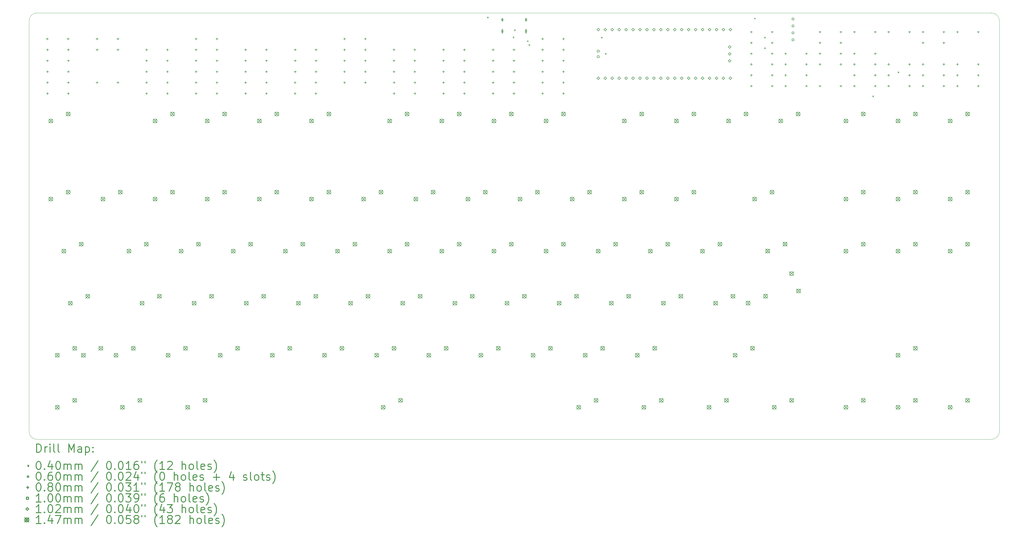
<source format=gbr>
%FSLAX45Y45*%
G04 Gerber Fmt 4.5, Leading zero omitted, Abs format (unit mm)*
G04 Created by KiCad (PCBNEW (5.1.9)-1) date 2021-05-27 06:16:37*
%MOMM*%
%LPD*%
G01*
G04 APERTURE LIST*
%TA.AperFunction,Profile*%
%ADD10C,0.100000*%
%TD*%
%ADD11C,0.200000*%
%ADD12C,0.300000*%
G04 APERTURE END LIST*
D10*
X38952500Y-6268500D02*
X38952500Y-21278500D01*
X38652500Y-5968500D02*
G75*
G02*
X38952500Y-6268500I0J-300000D01*
G01*
X3492500Y-6268500D02*
G75*
G02*
X3792500Y-5968500I300000J0D01*
G01*
X3792500Y-21578500D02*
G75*
G02*
X3492500Y-21278500I0J300000D01*
G01*
X38952500Y-21278500D02*
G75*
G02*
X38652500Y-21578500I-300000J0D01*
G01*
X3792500Y-5968500D02*
X38652500Y-5968500D01*
X3492500Y-21278500D02*
X3492500Y-6268500D01*
X38652500Y-21578500D02*
X3792500Y-21578500D01*
D11*
X20242500Y-6118499D02*
X20282500Y-6158499D01*
X20282500Y-6118499D02*
X20242500Y-6158499D01*
X21177500Y-6845860D02*
X21217500Y-6885860D01*
X21217500Y-6845860D02*
X21177500Y-6885860D01*
X21227500Y-6580140D02*
X21267500Y-6620140D01*
X21267500Y-6580140D02*
X21227500Y-6620140D01*
X21698126Y-6985887D02*
X21738126Y-7025887D01*
X21738126Y-6985887D02*
X21698126Y-7025887D01*
X21754939Y-7123047D02*
X21794939Y-7163047D01*
X21794939Y-7123047D02*
X21754939Y-7163047D01*
X24405000Y-6856000D02*
X24445000Y-6896000D01*
X24445000Y-6856000D02*
X24405000Y-6896000D01*
X24550000Y-7449100D02*
X24590000Y-7489100D01*
X24590000Y-7449100D02*
X24550000Y-7489100D01*
X29998546Y-6154409D02*
X30038546Y-6194409D01*
X30038546Y-6154409D02*
X29998546Y-6194409D01*
X30362500Y-6853500D02*
X30402500Y-6893500D01*
X30402500Y-6853500D02*
X30362500Y-6893500D01*
X30362500Y-7241000D02*
X30402500Y-7281000D01*
X30402500Y-7241000D02*
X30362500Y-7281000D01*
X34317500Y-9003500D02*
X34357500Y-9043500D01*
X34357500Y-9003500D02*
X34317500Y-9043500D01*
X35241500Y-8124500D02*
X35281500Y-8164500D01*
X35281500Y-8124500D02*
X35241500Y-8164500D01*
X20820500Y-6223500D02*
G75*
G03*
X20820500Y-6223500I-30000J0D01*
G01*
X20810500Y-6253500D02*
X20810500Y-6193500D01*
X20770500Y-6253500D02*
X20770500Y-6193500D01*
X20810500Y-6193500D02*
G75*
G03*
X20770500Y-6193500I-20000J0D01*
G01*
X20770500Y-6253500D02*
G75*
G03*
X20810500Y-6253500I20000J0D01*
G01*
X20820500Y-6641500D02*
G75*
G03*
X20820500Y-6641500I-30000J0D01*
G01*
X20810500Y-6696500D02*
X20810500Y-6586500D01*
X20770500Y-6696500D02*
X20770500Y-6586500D01*
X20810500Y-6586500D02*
G75*
G03*
X20770500Y-6586500I-20000J0D01*
G01*
X20770500Y-6696500D02*
G75*
G03*
X20810500Y-6696500I20000J0D01*
G01*
X21684500Y-6223500D02*
G75*
G03*
X21684500Y-6223500I-30000J0D01*
G01*
X21674500Y-6253500D02*
X21674500Y-6193500D01*
X21634500Y-6253500D02*
X21634500Y-6193500D01*
X21674500Y-6193500D02*
G75*
G03*
X21634500Y-6193500I-20000J0D01*
G01*
X21634500Y-6253500D02*
G75*
G03*
X21674500Y-6253500I20000J0D01*
G01*
X21684500Y-6641500D02*
G75*
G03*
X21684500Y-6641500I-30000J0D01*
G01*
X21674500Y-6696500D02*
X21674500Y-6586500D01*
X21634500Y-6696500D02*
X21634500Y-6586500D01*
X21674500Y-6586500D02*
G75*
G03*
X21634500Y-6586500I-20000J0D01*
G01*
X21634500Y-6696500D02*
G75*
G03*
X21674500Y-6696500I20000J0D01*
G01*
X4160500Y-6878500D02*
X4160500Y-6958500D01*
X4120500Y-6918500D02*
X4200500Y-6918500D01*
X4170500Y-7278500D02*
X4170500Y-7358500D01*
X4130500Y-7318500D02*
X4210500Y-7318500D01*
X4170500Y-7678500D02*
X4170500Y-7758500D01*
X4130500Y-7718500D02*
X4210500Y-7718500D01*
X4170500Y-8078500D02*
X4170500Y-8158500D01*
X4130500Y-8118500D02*
X4210500Y-8118500D01*
X4170500Y-8478500D02*
X4170500Y-8558500D01*
X4130500Y-8518500D02*
X4210500Y-8518500D01*
X4170500Y-8878500D02*
X4170500Y-8958500D01*
X4130500Y-8918500D02*
X4210500Y-8918500D01*
X4922500Y-6878500D02*
X4922500Y-6958500D01*
X4882500Y-6918500D02*
X4962500Y-6918500D01*
X4932500Y-7278500D02*
X4932500Y-7358500D01*
X4892500Y-7318500D02*
X4972500Y-7318500D01*
X4932500Y-7678500D02*
X4932500Y-7758500D01*
X4892500Y-7718500D02*
X4972500Y-7718500D01*
X4932500Y-8078500D02*
X4932500Y-8158500D01*
X4892500Y-8118500D02*
X4972500Y-8118500D01*
X4932500Y-8478500D02*
X4932500Y-8558500D01*
X4892500Y-8518500D02*
X4972500Y-8518500D01*
X4932500Y-8878500D02*
X4932500Y-8958500D01*
X4892500Y-8918500D02*
X4972500Y-8918500D01*
X5980500Y-6878500D02*
X5980500Y-6958500D01*
X5940500Y-6918500D02*
X6020500Y-6918500D01*
X5980500Y-7278500D02*
X5980500Y-7358500D01*
X5940500Y-7318500D02*
X6020500Y-7318500D01*
X5980500Y-8478500D02*
X5980500Y-8558500D01*
X5940500Y-8518500D02*
X6020500Y-8518500D01*
X6742500Y-6878500D02*
X6742500Y-6958500D01*
X6702500Y-6918500D02*
X6782500Y-6918500D01*
X6742500Y-7278500D02*
X6742500Y-7358500D01*
X6702500Y-7318500D02*
X6782500Y-7318500D01*
X6742500Y-8478500D02*
X6742500Y-8558500D01*
X6702500Y-8518500D02*
X6782500Y-8518500D01*
X7790500Y-7278500D02*
X7790500Y-7358500D01*
X7750500Y-7318500D02*
X7830500Y-7318500D01*
X7790500Y-7678500D02*
X7790500Y-7758500D01*
X7750500Y-7718500D02*
X7830500Y-7718500D01*
X7790500Y-8078500D02*
X7790500Y-8158500D01*
X7750500Y-8118500D02*
X7830500Y-8118500D01*
X7790500Y-8478500D02*
X7790500Y-8558500D01*
X7750500Y-8518500D02*
X7830500Y-8518500D01*
X7790500Y-8878500D02*
X7790500Y-8958500D01*
X7750500Y-8918500D02*
X7830500Y-8918500D01*
X8552500Y-7278500D02*
X8552500Y-7358500D01*
X8512500Y-7318500D02*
X8592500Y-7318500D01*
X8552500Y-7678500D02*
X8552500Y-7758500D01*
X8512500Y-7718500D02*
X8592500Y-7718500D01*
X8552500Y-8078500D02*
X8552500Y-8158500D01*
X8512500Y-8118500D02*
X8592500Y-8118500D01*
X8552500Y-8478500D02*
X8552500Y-8558500D01*
X8512500Y-8518500D02*
X8592500Y-8518500D01*
X8552500Y-8878500D02*
X8552500Y-8958500D01*
X8512500Y-8918500D02*
X8592500Y-8918500D01*
X9600500Y-6878500D02*
X9600500Y-6958500D01*
X9560500Y-6918500D02*
X9640500Y-6918500D01*
X9600500Y-7278500D02*
X9600500Y-7358500D01*
X9560500Y-7318500D02*
X9640500Y-7318500D01*
X9600500Y-7678500D02*
X9600500Y-7758500D01*
X9560500Y-7718500D02*
X9640500Y-7718500D01*
X9600500Y-8078500D02*
X9600500Y-8158500D01*
X9560500Y-8118500D02*
X9640500Y-8118500D01*
X9600500Y-8478500D02*
X9600500Y-8558500D01*
X9560500Y-8518500D02*
X9640500Y-8518500D01*
X9600500Y-8878500D02*
X9600500Y-8958500D01*
X9560500Y-8918500D02*
X9640500Y-8918500D01*
X10362500Y-6878500D02*
X10362500Y-6958500D01*
X10322500Y-6918500D02*
X10402500Y-6918500D01*
X10362500Y-7278500D02*
X10362500Y-7358500D01*
X10322500Y-7318500D02*
X10402500Y-7318500D01*
X10362500Y-7678500D02*
X10362500Y-7758500D01*
X10322500Y-7718500D02*
X10402500Y-7718500D01*
X10362500Y-8078500D02*
X10362500Y-8158500D01*
X10322500Y-8118500D02*
X10402500Y-8118500D01*
X10362500Y-8478500D02*
X10362500Y-8558500D01*
X10322500Y-8518500D02*
X10402500Y-8518500D01*
X10362500Y-8878500D02*
X10362500Y-8958500D01*
X10322500Y-8918500D02*
X10402500Y-8918500D01*
X11410500Y-7278500D02*
X11410500Y-7358500D01*
X11370500Y-7318500D02*
X11450500Y-7318500D01*
X11410500Y-7678500D02*
X11410500Y-7758500D01*
X11370500Y-7718500D02*
X11450500Y-7718500D01*
X11410500Y-8078500D02*
X11410500Y-8158500D01*
X11370500Y-8118500D02*
X11450500Y-8118500D01*
X11410500Y-8478500D02*
X11410500Y-8558500D01*
X11370500Y-8518500D02*
X11450500Y-8518500D01*
X11410500Y-8878500D02*
X11410500Y-8958500D01*
X11370500Y-8918500D02*
X11450500Y-8918500D01*
X12172500Y-7278500D02*
X12172500Y-7358500D01*
X12132500Y-7318500D02*
X12212500Y-7318500D01*
X12172500Y-7678500D02*
X12172500Y-7758500D01*
X12132500Y-7718500D02*
X12212500Y-7718500D01*
X12172500Y-8078500D02*
X12172500Y-8158500D01*
X12132500Y-8118500D02*
X12212500Y-8118500D01*
X12172500Y-8478500D02*
X12172500Y-8558500D01*
X12132500Y-8518500D02*
X12212500Y-8518500D01*
X12172500Y-8878500D02*
X12172500Y-8958500D01*
X12132500Y-8918500D02*
X12212500Y-8918500D01*
X13215500Y-8478500D02*
X13215500Y-8558500D01*
X13175500Y-8518500D02*
X13255500Y-8518500D01*
X13215500Y-8878500D02*
X13215500Y-8958500D01*
X13175500Y-8918500D02*
X13255500Y-8918500D01*
X13220500Y-7278500D02*
X13220500Y-7358500D01*
X13180500Y-7318500D02*
X13260500Y-7318500D01*
X13220500Y-7678500D02*
X13220500Y-7758500D01*
X13180500Y-7718500D02*
X13260500Y-7718500D01*
X13220500Y-8078500D02*
X13220500Y-8158500D01*
X13180500Y-8118500D02*
X13260500Y-8118500D01*
X13977500Y-8478500D02*
X13977500Y-8558500D01*
X13937500Y-8518500D02*
X14017500Y-8518500D01*
X13977500Y-8878500D02*
X13977500Y-8958500D01*
X13937500Y-8918500D02*
X14017500Y-8918500D01*
X13982500Y-7278500D02*
X13982500Y-7358500D01*
X13942500Y-7318500D02*
X14022500Y-7318500D01*
X13982500Y-7678500D02*
X13982500Y-7758500D01*
X13942500Y-7718500D02*
X14022500Y-7718500D01*
X13982500Y-8078500D02*
X13982500Y-8158500D01*
X13942500Y-8118500D02*
X14022500Y-8118500D01*
X15020500Y-6878500D02*
X15020500Y-6958500D01*
X14980500Y-6918500D02*
X15060500Y-6918500D01*
X15020500Y-7278500D02*
X15020500Y-7358500D01*
X14980500Y-7318500D02*
X15060500Y-7318500D01*
X15020500Y-7678500D02*
X15020500Y-7758500D01*
X14980500Y-7718500D02*
X15060500Y-7718500D01*
X15020500Y-8078500D02*
X15020500Y-8158500D01*
X14980500Y-8118500D02*
X15060500Y-8118500D01*
X15024500Y-8478500D02*
X15024500Y-8558500D01*
X14984500Y-8518500D02*
X15064500Y-8518500D01*
X15782500Y-6878500D02*
X15782500Y-6958500D01*
X15742500Y-6918500D02*
X15822500Y-6918500D01*
X15782500Y-7278500D02*
X15782500Y-7358500D01*
X15742500Y-7318500D02*
X15822500Y-7318500D01*
X15782500Y-7678500D02*
X15782500Y-7758500D01*
X15742500Y-7718500D02*
X15822500Y-7718500D01*
X15782500Y-8078500D02*
X15782500Y-8158500D01*
X15742500Y-8118500D02*
X15822500Y-8118500D01*
X15786500Y-8478500D02*
X15786500Y-8558500D01*
X15746500Y-8518500D02*
X15826500Y-8518500D01*
X16830500Y-7278500D02*
X16830500Y-7358500D01*
X16790500Y-7318500D02*
X16870500Y-7318500D01*
X16830500Y-7678500D02*
X16830500Y-7758500D01*
X16790500Y-7718500D02*
X16870500Y-7718500D01*
X16830500Y-8078500D02*
X16830500Y-8158500D01*
X16790500Y-8118500D02*
X16870500Y-8118500D01*
X16833500Y-8478500D02*
X16833500Y-8558500D01*
X16793500Y-8518500D02*
X16873500Y-8518500D01*
X16834500Y-8878500D02*
X16834500Y-8958500D01*
X16794500Y-8918500D02*
X16874500Y-8918500D01*
X17592500Y-7278500D02*
X17592500Y-7358500D01*
X17552500Y-7318500D02*
X17632500Y-7318500D01*
X17592500Y-7678500D02*
X17592500Y-7758500D01*
X17552500Y-7718500D02*
X17632500Y-7718500D01*
X17592500Y-8078500D02*
X17592500Y-8158500D01*
X17552500Y-8118500D02*
X17632500Y-8118500D01*
X17595500Y-8478500D02*
X17595500Y-8558500D01*
X17555500Y-8518500D02*
X17635500Y-8518500D01*
X17596500Y-8878500D02*
X17596500Y-8958500D01*
X17556500Y-8918500D02*
X17636500Y-8918500D01*
X18640500Y-7278500D02*
X18640500Y-7358500D01*
X18600500Y-7318500D02*
X18680500Y-7318500D01*
X18640500Y-7678500D02*
X18640500Y-7758500D01*
X18600500Y-7718500D02*
X18680500Y-7718500D01*
X18640500Y-8078500D02*
X18640500Y-8158500D01*
X18600500Y-8118500D02*
X18680500Y-8118500D01*
X18640500Y-8478500D02*
X18640500Y-8558500D01*
X18600500Y-8518500D02*
X18680500Y-8518500D01*
X18640500Y-8878500D02*
X18640500Y-8958500D01*
X18600500Y-8918500D02*
X18680500Y-8918500D01*
X19402500Y-7278500D02*
X19402500Y-7358500D01*
X19362500Y-7318500D02*
X19442500Y-7318500D01*
X19402500Y-7678500D02*
X19402500Y-7758500D01*
X19362500Y-7718500D02*
X19442500Y-7718500D01*
X19402500Y-8078500D02*
X19402500Y-8158500D01*
X19362500Y-8118500D02*
X19442500Y-8118500D01*
X19402500Y-8478500D02*
X19402500Y-8558500D01*
X19362500Y-8518500D02*
X19442500Y-8518500D01*
X19402500Y-8878500D02*
X19402500Y-8958500D01*
X19362500Y-8918500D02*
X19442500Y-8918500D01*
X20450500Y-7278500D02*
X20450500Y-7358500D01*
X20410500Y-7318500D02*
X20490500Y-7318500D01*
X20450500Y-7678500D02*
X20450500Y-7758500D01*
X20410500Y-7718500D02*
X20490500Y-7718500D01*
X20450500Y-8078500D02*
X20450500Y-8158500D01*
X20410500Y-8118500D02*
X20490500Y-8118500D01*
X20450500Y-8478500D02*
X20450500Y-8558500D01*
X20410500Y-8518500D02*
X20490500Y-8518500D01*
X20450500Y-8878500D02*
X20450500Y-8958500D01*
X20410500Y-8918500D02*
X20490500Y-8918500D01*
X21212500Y-7278500D02*
X21212500Y-7358500D01*
X21172500Y-7318500D02*
X21252500Y-7318500D01*
X21212500Y-7678500D02*
X21212500Y-7758500D01*
X21172500Y-7718500D02*
X21252500Y-7718500D01*
X21212500Y-8078500D02*
X21212500Y-8158500D01*
X21172500Y-8118500D02*
X21252500Y-8118500D01*
X21212500Y-8478500D02*
X21212500Y-8558500D01*
X21172500Y-8518500D02*
X21252500Y-8518500D01*
X21212500Y-8878500D02*
X21212500Y-8958500D01*
X21172500Y-8918500D02*
X21252500Y-8918500D01*
X22260500Y-6878500D02*
X22260500Y-6958500D01*
X22220500Y-6918500D02*
X22300500Y-6918500D01*
X22260500Y-7278500D02*
X22260500Y-7358500D01*
X22220500Y-7318500D02*
X22300500Y-7318500D01*
X22260500Y-7678500D02*
X22260500Y-7758500D01*
X22220500Y-7718500D02*
X22300500Y-7718500D01*
X22260500Y-8078500D02*
X22260500Y-8158500D01*
X22220500Y-8118500D02*
X22300500Y-8118500D01*
X22260500Y-8478500D02*
X22260500Y-8558500D01*
X22220500Y-8518500D02*
X22300500Y-8518500D01*
X22260500Y-8878500D02*
X22260500Y-8958500D01*
X22220500Y-8918500D02*
X22300500Y-8918500D01*
X23022500Y-6878500D02*
X23022500Y-6958500D01*
X22982500Y-6918500D02*
X23062500Y-6918500D01*
X23022500Y-7278500D02*
X23022500Y-7358500D01*
X22982500Y-7318500D02*
X23062500Y-7318500D01*
X23022500Y-7678500D02*
X23022500Y-7758500D01*
X22982500Y-7718500D02*
X23062500Y-7718500D01*
X23022500Y-8078500D02*
X23022500Y-8158500D01*
X22982500Y-8118500D02*
X23062500Y-8118500D01*
X23022500Y-8478500D02*
X23022500Y-8558500D01*
X22982500Y-8518500D02*
X23062500Y-8518500D01*
X23022500Y-8878500D02*
X23022500Y-8958500D01*
X22982500Y-8918500D02*
X23062500Y-8918500D01*
X29885500Y-6628500D02*
X29885500Y-6708500D01*
X29845500Y-6668500D02*
X29925500Y-6668500D01*
X29885500Y-7023500D02*
X29885500Y-7103500D01*
X29845500Y-7063500D02*
X29925500Y-7063500D01*
X29885500Y-7418500D02*
X29885500Y-7498500D01*
X29845500Y-7458500D02*
X29925500Y-7458500D01*
X29885500Y-7813500D02*
X29885500Y-7893500D01*
X29845500Y-7853500D02*
X29925500Y-7853500D01*
X29885500Y-8208500D02*
X29885500Y-8288500D01*
X29845500Y-8248500D02*
X29925500Y-8248500D01*
X29885500Y-8603500D02*
X29885500Y-8683500D01*
X29845500Y-8643500D02*
X29925500Y-8643500D01*
X30647500Y-6628500D02*
X30647500Y-6708500D01*
X30607500Y-6668500D02*
X30687500Y-6668500D01*
X30647500Y-7023500D02*
X30647500Y-7103500D01*
X30607500Y-7063500D02*
X30687500Y-7063500D01*
X30647500Y-7418500D02*
X30647500Y-7498500D01*
X30607500Y-7458500D02*
X30687500Y-7458500D01*
X30647500Y-7813500D02*
X30647500Y-7893500D01*
X30607500Y-7853500D02*
X30687500Y-7853500D01*
X30647500Y-8208500D02*
X30647500Y-8288500D01*
X30607500Y-8248500D02*
X30687500Y-8248500D01*
X30647500Y-8603500D02*
X30647500Y-8683500D01*
X30607500Y-8643500D02*
X30687500Y-8643500D01*
X31140500Y-7418500D02*
X31140500Y-7498500D01*
X31100500Y-7458500D02*
X31180500Y-7458500D01*
X31140500Y-7813500D02*
X31140500Y-7893500D01*
X31100500Y-7853500D02*
X31180500Y-7853500D01*
X31140500Y-8208500D02*
X31140500Y-8288500D01*
X31100500Y-8248500D02*
X31180500Y-8248500D01*
X31140500Y-8603500D02*
X31140500Y-8683500D01*
X31100500Y-8643500D02*
X31180500Y-8643500D01*
X31902500Y-7418500D02*
X31902500Y-7498500D01*
X31862500Y-7458500D02*
X31942500Y-7458500D01*
X31902500Y-7813500D02*
X31902500Y-7893500D01*
X31862500Y-7853500D02*
X31942500Y-7853500D01*
X31902500Y-8208500D02*
X31902500Y-8288500D01*
X31862500Y-8248500D02*
X31942500Y-8248500D01*
X31902500Y-8603500D02*
X31902500Y-8683500D01*
X31862500Y-8643500D02*
X31942500Y-8643500D01*
X32395500Y-6628500D02*
X32395500Y-6708500D01*
X32355500Y-6668500D02*
X32435500Y-6668500D01*
X32395500Y-7023500D02*
X32395500Y-7103500D01*
X32355500Y-7063500D02*
X32435500Y-7063500D01*
X32395500Y-7418500D02*
X32395500Y-7498500D01*
X32355500Y-7458500D02*
X32435500Y-7458500D01*
X32395500Y-7813500D02*
X32395500Y-7893500D01*
X32355500Y-7853500D02*
X32435500Y-7853500D01*
X32395500Y-8603500D02*
X32395500Y-8683500D01*
X32355500Y-8643500D02*
X32435500Y-8643500D01*
X33157500Y-6628500D02*
X33157500Y-6708500D01*
X33117500Y-6668500D02*
X33197500Y-6668500D01*
X33157500Y-7023500D02*
X33157500Y-7103500D01*
X33117500Y-7063500D02*
X33197500Y-7063500D01*
X33157500Y-7418500D02*
X33157500Y-7498500D01*
X33117500Y-7458500D02*
X33197500Y-7458500D01*
X33157500Y-7813500D02*
X33157500Y-7893500D01*
X33117500Y-7853500D02*
X33197500Y-7853500D01*
X33157500Y-8603500D02*
X33157500Y-8683500D01*
X33117500Y-8643500D02*
X33197500Y-8643500D01*
X33650500Y-6628500D02*
X33650500Y-6708500D01*
X33610500Y-6668500D02*
X33690500Y-6668500D01*
X33650500Y-7418500D02*
X33650500Y-7498500D01*
X33610500Y-7458500D02*
X33690500Y-7458500D01*
X33650500Y-7813500D02*
X33650500Y-7893500D01*
X33610500Y-7853500D02*
X33690500Y-7853500D01*
X33650500Y-8208500D02*
X33650500Y-8288500D01*
X33610500Y-8248500D02*
X33690500Y-8248500D01*
X33650500Y-8603500D02*
X33650500Y-8683500D01*
X33610500Y-8643500D02*
X33690500Y-8643500D01*
X34412500Y-6628500D02*
X34412500Y-6708500D01*
X34372500Y-6668500D02*
X34452500Y-6668500D01*
X34412500Y-7418500D02*
X34412500Y-7498500D01*
X34372500Y-7458500D02*
X34452500Y-7458500D01*
X34412500Y-7813500D02*
X34412500Y-7893500D01*
X34372500Y-7853500D02*
X34452500Y-7853500D01*
X34412500Y-8208500D02*
X34412500Y-8288500D01*
X34372500Y-8248500D02*
X34452500Y-8248500D01*
X34412500Y-8603500D02*
X34412500Y-8683500D01*
X34372500Y-8643500D02*
X34452500Y-8643500D01*
X34905500Y-6628500D02*
X34905500Y-6708500D01*
X34865500Y-6668500D02*
X34945500Y-6668500D01*
X34905500Y-7813500D02*
X34905500Y-7893500D01*
X34865500Y-7853500D02*
X34945500Y-7853500D01*
X34905500Y-8208500D02*
X34905500Y-8288500D01*
X34865500Y-8248500D02*
X34945500Y-8248500D01*
X34905500Y-8603500D02*
X34905500Y-8683500D01*
X34865500Y-8643500D02*
X34945500Y-8643500D01*
X35667500Y-6628500D02*
X35667500Y-6708500D01*
X35627500Y-6668500D02*
X35707500Y-6668500D01*
X35667500Y-7813500D02*
X35667500Y-7893500D01*
X35627500Y-7853500D02*
X35707500Y-7853500D01*
X35667500Y-8208500D02*
X35667500Y-8288500D01*
X35627500Y-8248500D02*
X35707500Y-8248500D01*
X35667500Y-8603500D02*
X35667500Y-8683500D01*
X35627500Y-8643500D02*
X35707500Y-8643500D01*
X36160500Y-6628500D02*
X36160500Y-6708500D01*
X36120500Y-6668500D02*
X36200500Y-6668500D01*
X36160500Y-7023500D02*
X36160500Y-7103500D01*
X36120500Y-7063500D02*
X36200500Y-7063500D01*
X36160500Y-7813500D02*
X36160500Y-7893500D01*
X36120500Y-7853500D02*
X36200500Y-7853500D01*
X36160500Y-8208500D02*
X36160500Y-8288500D01*
X36120500Y-8248500D02*
X36200500Y-8248500D01*
X36160500Y-8603500D02*
X36160500Y-8683500D01*
X36120500Y-8643500D02*
X36200500Y-8643500D01*
X36922500Y-6628500D02*
X36922500Y-6708500D01*
X36882500Y-6668500D02*
X36962500Y-6668500D01*
X36922500Y-7023500D02*
X36922500Y-7103500D01*
X36882500Y-7063500D02*
X36962500Y-7063500D01*
X36922500Y-7813500D02*
X36922500Y-7893500D01*
X36882500Y-7853500D02*
X36962500Y-7853500D01*
X36922500Y-8208500D02*
X36922500Y-8288500D01*
X36882500Y-8248500D02*
X36962500Y-8248500D01*
X36922500Y-8603500D02*
X36922500Y-8683500D01*
X36882500Y-8643500D02*
X36962500Y-8643500D01*
X37415500Y-6628500D02*
X37415500Y-6708500D01*
X37375500Y-6668500D02*
X37455500Y-6668500D01*
X37415500Y-7813500D02*
X37415500Y-7893500D01*
X37375500Y-7853500D02*
X37455500Y-7853500D01*
X37415500Y-8208500D02*
X37415500Y-8288500D01*
X37375500Y-8248500D02*
X37455500Y-8248500D01*
X37415500Y-8603500D02*
X37415500Y-8683500D01*
X37375500Y-8643500D02*
X37455500Y-8643500D01*
X38177500Y-6628500D02*
X38177500Y-6708500D01*
X38137500Y-6668500D02*
X38217500Y-6668500D01*
X38177500Y-7813500D02*
X38177500Y-7893500D01*
X38137500Y-7853500D02*
X38217500Y-7853500D01*
X38177500Y-8208500D02*
X38177500Y-8288500D01*
X38137500Y-8248500D02*
X38217500Y-8248500D01*
X38177500Y-8603500D02*
X38177500Y-8683500D01*
X38137500Y-8643500D02*
X38217500Y-8643500D01*
X24327856Y-7404756D02*
X24327856Y-7334044D01*
X24257144Y-7334044D01*
X24257144Y-7404756D01*
X24327856Y-7404756D01*
X24327856Y-7607956D02*
X24327856Y-7537244D01*
X24257144Y-7537244D01*
X24257144Y-7607956D01*
X24327856Y-7607956D01*
X31445356Y-6229356D02*
X31445356Y-6158644D01*
X31374644Y-6158644D01*
X31374644Y-6229356D01*
X31445356Y-6229356D01*
X31445356Y-6483356D02*
X31445356Y-6412644D01*
X31374644Y-6412644D01*
X31374644Y-6483356D01*
X31445356Y-6483356D01*
X31445356Y-6737356D02*
X31445356Y-6666644D01*
X31374644Y-6666644D01*
X31374644Y-6737356D01*
X31445356Y-6737356D01*
X31445356Y-6991356D02*
X31445356Y-6920644D01*
X31374644Y-6920644D01*
X31374644Y-6991356D01*
X31445356Y-6991356D01*
X24292000Y-6633000D02*
X24343000Y-6582000D01*
X24292000Y-6531000D01*
X24241000Y-6582000D01*
X24292000Y-6633000D01*
X24292000Y-8411000D02*
X24343000Y-8360000D01*
X24292000Y-8309000D01*
X24241000Y-8360000D01*
X24292000Y-8411000D01*
X24546000Y-6633000D02*
X24597000Y-6582000D01*
X24546000Y-6531000D01*
X24495000Y-6582000D01*
X24546000Y-6633000D01*
X24546000Y-8411000D02*
X24597000Y-8360000D01*
X24546000Y-8309000D01*
X24495000Y-8360000D01*
X24546000Y-8411000D01*
X24800000Y-6633000D02*
X24851000Y-6582000D01*
X24800000Y-6531000D01*
X24749000Y-6582000D01*
X24800000Y-6633000D01*
X24800000Y-8411000D02*
X24851000Y-8360000D01*
X24800000Y-8309000D01*
X24749000Y-8360000D01*
X24800000Y-8411000D01*
X25054000Y-6633000D02*
X25105000Y-6582000D01*
X25054000Y-6531000D01*
X25003000Y-6582000D01*
X25054000Y-6633000D01*
X25054000Y-8411000D02*
X25105000Y-8360000D01*
X25054000Y-8309000D01*
X25003000Y-8360000D01*
X25054000Y-8411000D01*
X25308000Y-6633000D02*
X25359000Y-6582000D01*
X25308000Y-6531000D01*
X25257000Y-6582000D01*
X25308000Y-6633000D01*
X25308000Y-8411000D02*
X25359000Y-8360000D01*
X25308000Y-8309000D01*
X25257000Y-8360000D01*
X25308000Y-8411000D01*
X25562000Y-6633000D02*
X25613000Y-6582000D01*
X25562000Y-6531000D01*
X25511000Y-6582000D01*
X25562000Y-6633000D01*
X25562000Y-8411000D02*
X25613000Y-8360000D01*
X25562000Y-8309000D01*
X25511000Y-8360000D01*
X25562000Y-8411000D01*
X25816000Y-6633000D02*
X25867000Y-6582000D01*
X25816000Y-6531000D01*
X25765000Y-6582000D01*
X25816000Y-6633000D01*
X25816000Y-8411000D02*
X25867000Y-8360000D01*
X25816000Y-8309000D01*
X25765000Y-8360000D01*
X25816000Y-8411000D01*
X26070000Y-6633000D02*
X26121000Y-6582000D01*
X26070000Y-6531000D01*
X26019000Y-6582000D01*
X26070000Y-6633000D01*
X26070000Y-8411000D02*
X26121000Y-8360000D01*
X26070000Y-8309000D01*
X26019000Y-8360000D01*
X26070000Y-8411000D01*
X26324000Y-6633000D02*
X26375000Y-6582000D01*
X26324000Y-6531000D01*
X26273000Y-6582000D01*
X26324000Y-6633000D01*
X26324000Y-8411000D02*
X26375000Y-8360000D01*
X26324000Y-8309000D01*
X26273000Y-8360000D01*
X26324000Y-8411000D01*
X26578000Y-6633000D02*
X26629000Y-6582000D01*
X26578000Y-6531000D01*
X26527000Y-6582000D01*
X26578000Y-6633000D01*
X26578000Y-8411000D02*
X26629000Y-8360000D01*
X26578000Y-8309000D01*
X26527000Y-8360000D01*
X26578000Y-8411000D01*
X26832000Y-6633000D02*
X26883000Y-6582000D01*
X26832000Y-6531000D01*
X26781000Y-6582000D01*
X26832000Y-6633000D01*
X26832000Y-8411000D02*
X26883000Y-8360000D01*
X26832000Y-8309000D01*
X26781000Y-8360000D01*
X26832000Y-8411000D01*
X27086000Y-6633000D02*
X27137000Y-6582000D01*
X27086000Y-6531000D01*
X27035000Y-6582000D01*
X27086000Y-6633000D01*
X27086000Y-8411000D02*
X27137000Y-8360000D01*
X27086000Y-8309000D01*
X27035000Y-8360000D01*
X27086000Y-8411000D01*
X27340000Y-6633000D02*
X27391000Y-6582000D01*
X27340000Y-6531000D01*
X27289000Y-6582000D01*
X27340000Y-6633000D01*
X27340000Y-8411000D02*
X27391000Y-8360000D01*
X27340000Y-8309000D01*
X27289000Y-8360000D01*
X27340000Y-8411000D01*
X27594000Y-6633000D02*
X27645000Y-6582000D01*
X27594000Y-6531000D01*
X27543000Y-6582000D01*
X27594000Y-6633000D01*
X27594000Y-8411000D02*
X27645000Y-8360000D01*
X27594000Y-8309000D01*
X27543000Y-8360000D01*
X27594000Y-8411000D01*
X27848000Y-6633000D02*
X27899000Y-6582000D01*
X27848000Y-6531000D01*
X27797000Y-6582000D01*
X27848000Y-6633000D01*
X27848000Y-8411000D02*
X27899000Y-8360000D01*
X27848000Y-8309000D01*
X27797000Y-8360000D01*
X27848000Y-8411000D01*
X28102000Y-6633000D02*
X28153000Y-6582000D01*
X28102000Y-6531000D01*
X28051000Y-6582000D01*
X28102000Y-6633000D01*
X28102000Y-8411000D02*
X28153000Y-8360000D01*
X28102000Y-8309000D01*
X28051000Y-8360000D01*
X28102000Y-8411000D01*
X28356000Y-6633000D02*
X28407000Y-6582000D01*
X28356000Y-6531000D01*
X28305000Y-6582000D01*
X28356000Y-6633000D01*
X28356000Y-8411000D02*
X28407000Y-8360000D01*
X28356000Y-8309000D01*
X28305000Y-8360000D01*
X28356000Y-8411000D01*
X28610000Y-6633000D02*
X28661000Y-6582000D01*
X28610000Y-6531000D01*
X28559000Y-6582000D01*
X28610000Y-6633000D01*
X28610000Y-8411000D02*
X28661000Y-8360000D01*
X28610000Y-8309000D01*
X28559000Y-8360000D01*
X28610000Y-8411000D01*
X28864000Y-6633000D02*
X28915000Y-6582000D01*
X28864000Y-6531000D01*
X28813000Y-6582000D01*
X28864000Y-6633000D01*
X28864000Y-8411000D02*
X28915000Y-8360000D01*
X28864000Y-8309000D01*
X28813000Y-8360000D01*
X28864000Y-8411000D01*
X29095000Y-7268000D02*
X29146000Y-7217000D01*
X29095000Y-7166000D01*
X29044000Y-7217000D01*
X29095000Y-7268000D01*
X29095000Y-7522000D02*
X29146000Y-7471000D01*
X29095000Y-7420000D01*
X29044000Y-7471000D01*
X29095000Y-7522000D01*
X29095000Y-7776000D02*
X29146000Y-7725000D01*
X29095000Y-7674000D01*
X29044000Y-7725000D01*
X29095000Y-7776000D01*
X29118000Y-6633000D02*
X29169000Y-6582000D01*
X29118000Y-6531000D01*
X29067000Y-6582000D01*
X29118000Y-6633000D01*
X29118000Y-8411000D02*
X29169000Y-8360000D01*
X29118000Y-8309000D01*
X29067000Y-8360000D01*
X29118000Y-8411000D01*
X4218000Y-9851000D02*
X4365000Y-9998000D01*
X4365000Y-9851000D02*
X4218000Y-9998000D01*
X4365000Y-9924500D02*
G75*
G03*
X4365000Y-9924500I-73500J0D01*
G01*
X4218000Y-12708500D02*
X4365000Y-12855500D01*
X4365000Y-12708500D02*
X4218000Y-12855500D01*
X4365000Y-12782000D02*
G75*
G03*
X4365000Y-12782000I-73500J0D01*
G01*
X4456125Y-18423500D02*
X4603125Y-18570500D01*
X4603125Y-18423500D02*
X4456125Y-18570500D01*
X4603125Y-18497000D02*
G75*
G03*
X4603125Y-18497000I-73500J0D01*
G01*
X4456125Y-20328500D02*
X4603125Y-20475500D01*
X4603125Y-20328500D02*
X4456125Y-20475500D01*
X4603125Y-20402000D02*
G75*
G03*
X4603125Y-20402000I-73500J0D01*
G01*
X4694250Y-14613500D02*
X4841250Y-14760500D01*
X4841250Y-14613500D02*
X4694250Y-14760500D01*
X4841250Y-14687000D02*
G75*
G03*
X4841250Y-14687000I-73500J0D01*
G01*
X4853000Y-9597000D02*
X5000000Y-9744000D01*
X5000000Y-9597000D02*
X4853000Y-9744000D01*
X5000000Y-9670500D02*
G75*
G03*
X5000000Y-9670500I-73500J0D01*
G01*
X4853000Y-12454500D02*
X5000000Y-12601500D01*
X5000000Y-12454500D02*
X4853000Y-12601500D01*
X5000000Y-12528000D02*
G75*
G03*
X5000000Y-12528000I-73500J0D01*
G01*
X4932375Y-16518500D02*
X5079375Y-16665500D01*
X5079375Y-16518500D02*
X4932375Y-16665500D01*
X5079375Y-16592000D02*
G75*
G03*
X5079375Y-16592000I-73500J0D01*
G01*
X5091125Y-18169500D02*
X5238125Y-18316500D01*
X5238125Y-18169500D02*
X5091125Y-18316500D01*
X5238125Y-18243000D02*
G75*
G03*
X5238125Y-18243000I-73500J0D01*
G01*
X5091125Y-20074500D02*
X5238125Y-20221500D01*
X5238125Y-20074500D02*
X5091125Y-20221500D01*
X5238125Y-20148000D02*
G75*
G03*
X5238125Y-20148000I-73500J0D01*
G01*
X5329250Y-14359500D02*
X5476250Y-14506500D01*
X5476250Y-14359500D02*
X5329250Y-14506500D01*
X5476250Y-14433000D02*
G75*
G03*
X5476250Y-14433000I-73500J0D01*
G01*
X5410500Y-18423500D02*
X5557500Y-18570500D01*
X5557500Y-18423500D02*
X5410500Y-18570500D01*
X5557500Y-18497000D02*
G75*
G03*
X5557500Y-18497000I-73500J0D01*
G01*
X5567375Y-16264500D02*
X5714375Y-16411500D01*
X5714375Y-16264500D02*
X5567375Y-16411500D01*
X5714375Y-16338000D02*
G75*
G03*
X5714375Y-16338000I-73500J0D01*
G01*
X6045500Y-18169500D02*
X6192500Y-18316500D01*
X6192500Y-18169500D02*
X6045500Y-18316500D01*
X6192500Y-18243000D02*
G75*
G03*
X6192500Y-18243000I-73500J0D01*
G01*
X6123000Y-12708500D02*
X6270000Y-12855500D01*
X6270000Y-12708500D02*
X6123000Y-12855500D01*
X6270000Y-12782000D02*
G75*
G03*
X6270000Y-12782000I-73500J0D01*
G01*
X6599250Y-18423500D02*
X6746250Y-18570500D01*
X6746250Y-18423500D02*
X6599250Y-18570500D01*
X6746250Y-18497000D02*
G75*
G03*
X6746250Y-18497000I-73500J0D01*
G01*
X6758000Y-12454500D02*
X6905000Y-12601500D01*
X6905000Y-12454500D02*
X6758000Y-12601500D01*
X6905000Y-12528000D02*
G75*
G03*
X6905000Y-12528000I-73500J0D01*
G01*
X6837375Y-20328500D02*
X6984375Y-20475500D01*
X6984375Y-20328500D02*
X6837375Y-20475500D01*
X6984375Y-20402000D02*
G75*
G03*
X6984375Y-20402000I-73500J0D01*
G01*
X7075500Y-14613500D02*
X7222500Y-14760500D01*
X7222500Y-14613500D02*
X7075500Y-14760500D01*
X7222500Y-14687000D02*
G75*
G03*
X7222500Y-14687000I-73500J0D01*
G01*
X7234250Y-18169500D02*
X7381250Y-18316500D01*
X7381250Y-18169500D02*
X7234250Y-18316500D01*
X7381250Y-18243000D02*
G75*
G03*
X7381250Y-18243000I-73500J0D01*
G01*
X7472375Y-20074500D02*
X7619375Y-20221500D01*
X7619375Y-20074500D02*
X7472375Y-20221500D01*
X7619375Y-20148000D02*
G75*
G03*
X7619375Y-20148000I-73500J0D01*
G01*
X7551750Y-16518500D02*
X7698750Y-16665500D01*
X7698750Y-16518500D02*
X7551750Y-16665500D01*
X7698750Y-16592000D02*
G75*
G03*
X7698750Y-16592000I-73500J0D01*
G01*
X7710500Y-14359500D02*
X7857500Y-14506500D01*
X7857500Y-14359500D02*
X7710500Y-14506500D01*
X7857500Y-14433000D02*
G75*
G03*
X7857500Y-14433000I-73500J0D01*
G01*
X8028000Y-9851000D02*
X8175000Y-9998000D01*
X8175000Y-9851000D02*
X8028000Y-9998000D01*
X8175000Y-9924500D02*
G75*
G03*
X8175000Y-9924500I-73500J0D01*
G01*
X8028000Y-12708500D02*
X8175000Y-12855500D01*
X8175000Y-12708500D02*
X8028000Y-12855500D01*
X8175000Y-12782000D02*
G75*
G03*
X8175000Y-12782000I-73500J0D01*
G01*
X8186750Y-16264500D02*
X8333750Y-16411500D01*
X8333750Y-16264500D02*
X8186750Y-16411500D01*
X8333750Y-16338000D02*
G75*
G03*
X8333750Y-16338000I-73500J0D01*
G01*
X8504250Y-18423500D02*
X8651250Y-18570500D01*
X8651250Y-18423500D02*
X8504250Y-18570500D01*
X8651250Y-18497000D02*
G75*
G03*
X8651250Y-18497000I-73500J0D01*
G01*
X8663000Y-9597000D02*
X8810000Y-9744000D01*
X8810000Y-9597000D02*
X8663000Y-9744000D01*
X8810000Y-9670500D02*
G75*
G03*
X8810000Y-9670500I-73500J0D01*
G01*
X8663000Y-12454500D02*
X8810000Y-12601500D01*
X8810000Y-12454500D02*
X8663000Y-12601500D01*
X8810000Y-12528000D02*
G75*
G03*
X8810000Y-12528000I-73500J0D01*
G01*
X8980500Y-14613500D02*
X9127500Y-14760500D01*
X9127500Y-14613500D02*
X8980500Y-14760500D01*
X9127500Y-14687000D02*
G75*
G03*
X9127500Y-14687000I-73500J0D01*
G01*
X9139250Y-18169500D02*
X9286250Y-18316500D01*
X9286250Y-18169500D02*
X9139250Y-18316500D01*
X9286250Y-18243000D02*
G75*
G03*
X9286250Y-18243000I-73500J0D01*
G01*
X9218625Y-20328500D02*
X9365625Y-20475500D01*
X9365625Y-20328500D02*
X9218625Y-20475500D01*
X9365625Y-20402000D02*
G75*
G03*
X9365625Y-20402000I-73500J0D01*
G01*
X9456750Y-16518500D02*
X9603750Y-16665500D01*
X9603750Y-16518500D02*
X9456750Y-16665500D01*
X9603750Y-16592000D02*
G75*
G03*
X9603750Y-16592000I-73500J0D01*
G01*
X9615500Y-14359500D02*
X9762500Y-14506500D01*
X9762500Y-14359500D02*
X9615500Y-14506500D01*
X9762500Y-14433000D02*
G75*
G03*
X9762500Y-14433000I-73500J0D01*
G01*
X9853625Y-20074500D02*
X10000625Y-20221500D01*
X10000625Y-20074500D02*
X9853625Y-20221500D01*
X10000625Y-20148000D02*
G75*
G03*
X10000625Y-20148000I-73500J0D01*
G01*
X9933000Y-9851000D02*
X10080000Y-9998000D01*
X10080000Y-9851000D02*
X9933000Y-9998000D01*
X10080000Y-9924500D02*
G75*
G03*
X10080000Y-9924500I-73500J0D01*
G01*
X9933000Y-12708500D02*
X10080000Y-12855500D01*
X10080000Y-12708500D02*
X9933000Y-12855500D01*
X10080000Y-12782000D02*
G75*
G03*
X10080000Y-12782000I-73500J0D01*
G01*
X10091750Y-16264500D02*
X10238750Y-16411500D01*
X10238750Y-16264500D02*
X10091750Y-16411500D01*
X10238750Y-16338000D02*
G75*
G03*
X10238750Y-16338000I-73500J0D01*
G01*
X10409250Y-18423500D02*
X10556250Y-18570500D01*
X10556250Y-18423500D02*
X10409250Y-18570500D01*
X10556250Y-18497000D02*
G75*
G03*
X10556250Y-18497000I-73500J0D01*
G01*
X10568000Y-9597000D02*
X10715000Y-9744000D01*
X10715000Y-9597000D02*
X10568000Y-9744000D01*
X10715000Y-9670500D02*
G75*
G03*
X10715000Y-9670500I-73500J0D01*
G01*
X10568000Y-12454500D02*
X10715000Y-12601500D01*
X10715000Y-12454500D02*
X10568000Y-12601500D01*
X10715000Y-12528000D02*
G75*
G03*
X10715000Y-12528000I-73500J0D01*
G01*
X10885500Y-14613500D02*
X11032500Y-14760500D01*
X11032500Y-14613500D02*
X10885500Y-14760500D01*
X11032500Y-14687000D02*
G75*
G03*
X11032500Y-14687000I-73500J0D01*
G01*
X11044250Y-18169500D02*
X11191250Y-18316500D01*
X11191250Y-18169500D02*
X11044250Y-18316500D01*
X11191250Y-18243000D02*
G75*
G03*
X11191250Y-18243000I-73500J0D01*
G01*
X11361750Y-16518500D02*
X11508750Y-16665500D01*
X11508750Y-16518500D02*
X11361750Y-16665500D01*
X11508750Y-16592000D02*
G75*
G03*
X11508750Y-16592000I-73500J0D01*
G01*
X11520500Y-14359500D02*
X11667500Y-14506500D01*
X11667500Y-14359500D02*
X11520500Y-14506500D01*
X11667500Y-14433000D02*
G75*
G03*
X11667500Y-14433000I-73500J0D01*
G01*
X11838000Y-9851000D02*
X11985000Y-9998000D01*
X11985000Y-9851000D02*
X11838000Y-9998000D01*
X11985000Y-9924500D02*
G75*
G03*
X11985000Y-9924500I-73500J0D01*
G01*
X11838000Y-12708500D02*
X11985000Y-12855500D01*
X11985000Y-12708500D02*
X11838000Y-12855500D01*
X11985000Y-12782000D02*
G75*
G03*
X11985000Y-12782000I-73500J0D01*
G01*
X11996750Y-16264500D02*
X12143750Y-16411500D01*
X12143750Y-16264500D02*
X11996750Y-16411500D01*
X12143750Y-16338000D02*
G75*
G03*
X12143750Y-16338000I-73500J0D01*
G01*
X12314250Y-18423500D02*
X12461250Y-18570500D01*
X12461250Y-18423500D02*
X12314250Y-18570500D01*
X12461250Y-18497000D02*
G75*
G03*
X12461250Y-18497000I-73500J0D01*
G01*
X12473000Y-9597000D02*
X12620000Y-9744000D01*
X12620000Y-9597000D02*
X12473000Y-9744000D01*
X12620000Y-9670500D02*
G75*
G03*
X12620000Y-9670500I-73500J0D01*
G01*
X12473000Y-12454500D02*
X12620000Y-12601500D01*
X12620000Y-12454500D02*
X12473000Y-12601500D01*
X12620000Y-12528000D02*
G75*
G03*
X12620000Y-12528000I-73500J0D01*
G01*
X12790500Y-14613500D02*
X12937500Y-14760500D01*
X12937500Y-14613500D02*
X12790500Y-14760500D01*
X12937500Y-14687000D02*
G75*
G03*
X12937500Y-14687000I-73500J0D01*
G01*
X12949250Y-18169500D02*
X13096250Y-18316500D01*
X13096250Y-18169500D02*
X12949250Y-18316500D01*
X13096250Y-18243000D02*
G75*
G03*
X13096250Y-18243000I-73500J0D01*
G01*
X13266750Y-16518500D02*
X13413750Y-16665500D01*
X13413750Y-16518500D02*
X13266750Y-16665500D01*
X13413750Y-16592000D02*
G75*
G03*
X13413750Y-16592000I-73500J0D01*
G01*
X13425500Y-14359500D02*
X13572500Y-14506500D01*
X13572500Y-14359500D02*
X13425500Y-14506500D01*
X13572500Y-14433000D02*
G75*
G03*
X13572500Y-14433000I-73500J0D01*
G01*
X13743000Y-9851000D02*
X13890000Y-9998000D01*
X13890000Y-9851000D02*
X13743000Y-9998000D01*
X13890000Y-9924500D02*
G75*
G03*
X13890000Y-9924500I-73500J0D01*
G01*
X13743000Y-12708500D02*
X13890000Y-12855500D01*
X13890000Y-12708500D02*
X13743000Y-12855500D01*
X13890000Y-12782000D02*
G75*
G03*
X13890000Y-12782000I-73500J0D01*
G01*
X13901750Y-16264500D02*
X14048750Y-16411500D01*
X14048750Y-16264500D02*
X13901750Y-16411500D01*
X14048750Y-16338000D02*
G75*
G03*
X14048750Y-16338000I-73500J0D01*
G01*
X14219250Y-18423500D02*
X14366250Y-18570500D01*
X14366250Y-18423500D02*
X14219250Y-18570500D01*
X14366250Y-18497000D02*
G75*
G03*
X14366250Y-18497000I-73500J0D01*
G01*
X14378000Y-9597000D02*
X14525000Y-9744000D01*
X14525000Y-9597000D02*
X14378000Y-9744000D01*
X14525000Y-9670500D02*
G75*
G03*
X14525000Y-9670500I-73500J0D01*
G01*
X14378000Y-12454500D02*
X14525000Y-12601500D01*
X14525000Y-12454500D02*
X14378000Y-12601500D01*
X14525000Y-12528000D02*
G75*
G03*
X14525000Y-12528000I-73500J0D01*
G01*
X14695500Y-14613500D02*
X14842500Y-14760500D01*
X14842500Y-14613500D02*
X14695500Y-14760500D01*
X14842500Y-14687000D02*
G75*
G03*
X14842500Y-14687000I-73500J0D01*
G01*
X14854250Y-18169500D02*
X15001250Y-18316500D01*
X15001250Y-18169500D02*
X14854250Y-18316500D01*
X15001250Y-18243000D02*
G75*
G03*
X15001250Y-18243000I-73500J0D01*
G01*
X15171750Y-16518500D02*
X15318750Y-16665500D01*
X15318750Y-16518500D02*
X15171750Y-16665500D01*
X15318750Y-16592000D02*
G75*
G03*
X15318750Y-16592000I-73500J0D01*
G01*
X15330500Y-14359500D02*
X15477500Y-14506500D01*
X15477500Y-14359500D02*
X15330500Y-14506500D01*
X15477500Y-14433000D02*
G75*
G03*
X15477500Y-14433000I-73500J0D01*
G01*
X15648000Y-12708500D02*
X15795000Y-12855500D01*
X15795000Y-12708500D02*
X15648000Y-12855500D01*
X15795000Y-12782000D02*
G75*
G03*
X15795000Y-12782000I-73500J0D01*
G01*
X15806750Y-16264500D02*
X15953750Y-16411500D01*
X15953750Y-16264500D02*
X15806750Y-16411500D01*
X15953750Y-16338000D02*
G75*
G03*
X15953750Y-16338000I-73500J0D01*
G01*
X16124250Y-18423500D02*
X16271250Y-18570500D01*
X16271250Y-18423500D02*
X16124250Y-18570500D01*
X16271250Y-18497000D02*
G75*
G03*
X16271250Y-18497000I-73500J0D01*
G01*
X16283000Y-12454500D02*
X16430000Y-12601500D01*
X16430000Y-12454500D02*
X16283000Y-12601500D01*
X16430000Y-12528000D02*
G75*
G03*
X16430000Y-12528000I-73500J0D01*
G01*
X16362375Y-20328500D02*
X16509375Y-20475500D01*
X16509375Y-20328500D02*
X16362375Y-20475500D01*
X16509375Y-20402000D02*
G75*
G03*
X16509375Y-20402000I-73500J0D01*
G01*
X16600500Y-9851000D02*
X16747500Y-9998000D01*
X16747500Y-9851000D02*
X16600500Y-9998000D01*
X16747500Y-9924500D02*
G75*
G03*
X16747500Y-9924500I-73500J0D01*
G01*
X16600500Y-14613500D02*
X16747500Y-14760500D01*
X16747500Y-14613500D02*
X16600500Y-14760500D01*
X16747500Y-14687000D02*
G75*
G03*
X16747500Y-14687000I-73500J0D01*
G01*
X16759250Y-18169500D02*
X16906250Y-18316500D01*
X16906250Y-18169500D02*
X16759250Y-18316500D01*
X16906250Y-18243000D02*
G75*
G03*
X16906250Y-18243000I-73500J0D01*
G01*
X16997375Y-20074500D02*
X17144375Y-20221500D01*
X17144375Y-20074500D02*
X16997375Y-20221500D01*
X17144375Y-20148000D02*
G75*
G03*
X17144375Y-20148000I-73500J0D01*
G01*
X17076750Y-16518500D02*
X17223750Y-16665500D01*
X17223750Y-16518500D02*
X17076750Y-16665500D01*
X17223750Y-16592000D02*
G75*
G03*
X17223750Y-16592000I-73500J0D01*
G01*
X17235500Y-9597000D02*
X17382500Y-9744000D01*
X17382500Y-9597000D02*
X17235500Y-9744000D01*
X17382500Y-9670500D02*
G75*
G03*
X17382500Y-9670500I-73500J0D01*
G01*
X17235500Y-14359500D02*
X17382500Y-14506500D01*
X17382500Y-14359500D02*
X17235500Y-14506500D01*
X17382500Y-14433000D02*
G75*
G03*
X17382500Y-14433000I-73500J0D01*
G01*
X17553000Y-12708500D02*
X17700000Y-12855500D01*
X17700000Y-12708500D02*
X17553000Y-12855500D01*
X17700000Y-12782000D02*
G75*
G03*
X17700000Y-12782000I-73500J0D01*
G01*
X17711750Y-16264500D02*
X17858750Y-16411500D01*
X17858750Y-16264500D02*
X17711750Y-16411500D01*
X17858750Y-16338000D02*
G75*
G03*
X17858750Y-16338000I-73500J0D01*
G01*
X18029250Y-18423500D02*
X18176250Y-18570500D01*
X18176250Y-18423500D02*
X18029250Y-18570500D01*
X18176250Y-18497000D02*
G75*
G03*
X18176250Y-18497000I-73500J0D01*
G01*
X18188000Y-12454500D02*
X18335000Y-12601500D01*
X18335000Y-12454500D02*
X18188000Y-12601500D01*
X18335000Y-12528000D02*
G75*
G03*
X18335000Y-12528000I-73500J0D01*
G01*
X18505500Y-9851000D02*
X18652500Y-9998000D01*
X18652500Y-9851000D02*
X18505500Y-9998000D01*
X18652500Y-9924500D02*
G75*
G03*
X18652500Y-9924500I-73500J0D01*
G01*
X18505500Y-14613500D02*
X18652500Y-14760500D01*
X18652500Y-14613500D02*
X18505500Y-14760500D01*
X18652500Y-14687000D02*
G75*
G03*
X18652500Y-14687000I-73500J0D01*
G01*
X18664250Y-18169500D02*
X18811250Y-18316500D01*
X18811250Y-18169500D02*
X18664250Y-18316500D01*
X18811250Y-18243000D02*
G75*
G03*
X18811250Y-18243000I-73500J0D01*
G01*
X18981750Y-16518500D02*
X19128750Y-16665500D01*
X19128750Y-16518500D02*
X18981750Y-16665500D01*
X19128750Y-16592000D02*
G75*
G03*
X19128750Y-16592000I-73500J0D01*
G01*
X19140500Y-9597000D02*
X19287500Y-9744000D01*
X19287500Y-9597000D02*
X19140500Y-9744000D01*
X19287500Y-9670500D02*
G75*
G03*
X19287500Y-9670500I-73500J0D01*
G01*
X19140500Y-14359500D02*
X19287500Y-14506500D01*
X19287500Y-14359500D02*
X19140500Y-14506500D01*
X19287500Y-14433000D02*
G75*
G03*
X19287500Y-14433000I-73500J0D01*
G01*
X19458000Y-12708500D02*
X19605000Y-12855500D01*
X19605000Y-12708500D02*
X19458000Y-12855500D01*
X19605000Y-12782000D02*
G75*
G03*
X19605000Y-12782000I-73500J0D01*
G01*
X19616750Y-16264500D02*
X19763750Y-16411500D01*
X19763750Y-16264500D02*
X19616750Y-16411500D01*
X19763750Y-16338000D02*
G75*
G03*
X19763750Y-16338000I-73500J0D01*
G01*
X19934250Y-18423500D02*
X20081250Y-18570500D01*
X20081250Y-18423500D02*
X19934250Y-18570500D01*
X20081250Y-18497000D02*
G75*
G03*
X20081250Y-18497000I-73500J0D01*
G01*
X20093000Y-12454500D02*
X20240000Y-12601500D01*
X20240000Y-12454500D02*
X20093000Y-12601500D01*
X20240000Y-12528000D02*
G75*
G03*
X20240000Y-12528000I-73500J0D01*
G01*
X20410500Y-9851000D02*
X20557500Y-9998000D01*
X20557500Y-9851000D02*
X20410500Y-9998000D01*
X20557500Y-9924500D02*
G75*
G03*
X20557500Y-9924500I-73500J0D01*
G01*
X20410500Y-14613500D02*
X20557500Y-14760500D01*
X20557500Y-14613500D02*
X20410500Y-14760500D01*
X20557500Y-14687000D02*
G75*
G03*
X20557500Y-14687000I-73500J0D01*
G01*
X20569250Y-18169500D02*
X20716250Y-18316500D01*
X20716250Y-18169500D02*
X20569250Y-18316500D01*
X20716250Y-18243000D02*
G75*
G03*
X20716250Y-18243000I-73500J0D01*
G01*
X20886750Y-16518500D02*
X21033750Y-16665500D01*
X21033750Y-16518500D02*
X20886750Y-16665500D01*
X21033750Y-16592000D02*
G75*
G03*
X21033750Y-16592000I-73500J0D01*
G01*
X21045500Y-9597000D02*
X21192500Y-9744000D01*
X21192500Y-9597000D02*
X21045500Y-9744000D01*
X21192500Y-9670500D02*
G75*
G03*
X21192500Y-9670500I-73500J0D01*
G01*
X21045500Y-14359500D02*
X21192500Y-14506500D01*
X21192500Y-14359500D02*
X21045500Y-14506500D01*
X21192500Y-14433000D02*
G75*
G03*
X21192500Y-14433000I-73500J0D01*
G01*
X21363000Y-12708500D02*
X21510000Y-12855500D01*
X21510000Y-12708500D02*
X21363000Y-12855500D01*
X21510000Y-12782000D02*
G75*
G03*
X21510000Y-12782000I-73500J0D01*
G01*
X21521750Y-16264500D02*
X21668750Y-16411500D01*
X21668750Y-16264500D02*
X21521750Y-16411500D01*
X21668750Y-16338000D02*
G75*
G03*
X21668750Y-16338000I-73500J0D01*
G01*
X21839250Y-18423500D02*
X21986250Y-18570500D01*
X21986250Y-18423500D02*
X21839250Y-18570500D01*
X21986250Y-18497000D02*
G75*
G03*
X21986250Y-18497000I-73500J0D01*
G01*
X21998000Y-12454500D02*
X22145000Y-12601500D01*
X22145000Y-12454500D02*
X21998000Y-12601500D01*
X22145000Y-12528000D02*
G75*
G03*
X22145000Y-12528000I-73500J0D01*
G01*
X22315500Y-9851000D02*
X22462500Y-9998000D01*
X22462500Y-9851000D02*
X22315500Y-9998000D01*
X22462500Y-9924500D02*
G75*
G03*
X22462500Y-9924500I-73500J0D01*
G01*
X22315500Y-14613500D02*
X22462500Y-14760500D01*
X22462500Y-14613500D02*
X22315500Y-14760500D01*
X22462500Y-14687000D02*
G75*
G03*
X22462500Y-14687000I-73500J0D01*
G01*
X22474250Y-18169500D02*
X22621250Y-18316500D01*
X22621250Y-18169500D02*
X22474250Y-18316500D01*
X22621250Y-18243000D02*
G75*
G03*
X22621250Y-18243000I-73500J0D01*
G01*
X22791750Y-16518500D02*
X22938750Y-16665500D01*
X22938750Y-16518500D02*
X22791750Y-16665500D01*
X22938750Y-16592000D02*
G75*
G03*
X22938750Y-16592000I-73500J0D01*
G01*
X22950500Y-9597000D02*
X23097500Y-9744000D01*
X23097500Y-9597000D02*
X22950500Y-9744000D01*
X23097500Y-9670500D02*
G75*
G03*
X23097500Y-9670500I-73500J0D01*
G01*
X22950500Y-14359500D02*
X23097500Y-14506500D01*
X23097500Y-14359500D02*
X22950500Y-14506500D01*
X23097500Y-14433000D02*
G75*
G03*
X23097500Y-14433000I-73500J0D01*
G01*
X23268000Y-12708500D02*
X23415000Y-12855500D01*
X23415000Y-12708500D02*
X23268000Y-12855500D01*
X23415000Y-12782000D02*
G75*
G03*
X23415000Y-12782000I-73500J0D01*
G01*
X23426750Y-16264500D02*
X23573750Y-16411500D01*
X23573750Y-16264500D02*
X23426750Y-16411500D01*
X23573750Y-16338000D02*
G75*
G03*
X23573750Y-16338000I-73500J0D01*
G01*
X23506125Y-20328500D02*
X23653125Y-20475500D01*
X23653125Y-20328500D02*
X23506125Y-20475500D01*
X23653125Y-20402000D02*
G75*
G03*
X23653125Y-20402000I-73500J0D01*
G01*
X23744250Y-18423500D02*
X23891250Y-18570500D01*
X23891250Y-18423500D02*
X23744250Y-18570500D01*
X23891250Y-18497000D02*
G75*
G03*
X23891250Y-18497000I-73500J0D01*
G01*
X23903000Y-12454500D02*
X24050000Y-12601500D01*
X24050000Y-12454500D02*
X23903000Y-12601500D01*
X24050000Y-12528000D02*
G75*
G03*
X24050000Y-12528000I-73500J0D01*
G01*
X24141125Y-20074500D02*
X24288125Y-20221500D01*
X24288125Y-20074500D02*
X24141125Y-20221500D01*
X24288125Y-20148000D02*
G75*
G03*
X24288125Y-20148000I-73500J0D01*
G01*
X24220500Y-14613500D02*
X24367500Y-14760500D01*
X24367500Y-14613500D02*
X24220500Y-14760500D01*
X24367500Y-14687000D02*
G75*
G03*
X24367500Y-14687000I-73500J0D01*
G01*
X24379250Y-18169500D02*
X24526250Y-18316500D01*
X24526250Y-18169500D02*
X24379250Y-18316500D01*
X24526250Y-18243000D02*
G75*
G03*
X24526250Y-18243000I-73500J0D01*
G01*
X24696750Y-16518500D02*
X24843750Y-16665500D01*
X24843750Y-16518500D02*
X24696750Y-16665500D01*
X24843750Y-16592000D02*
G75*
G03*
X24843750Y-16592000I-73500J0D01*
G01*
X24855500Y-14359500D02*
X25002500Y-14506500D01*
X25002500Y-14359500D02*
X24855500Y-14506500D01*
X25002500Y-14433000D02*
G75*
G03*
X25002500Y-14433000I-73500J0D01*
G01*
X25173000Y-9851000D02*
X25320000Y-9998000D01*
X25320000Y-9851000D02*
X25173000Y-9998000D01*
X25320000Y-9924500D02*
G75*
G03*
X25320000Y-9924500I-73500J0D01*
G01*
X25173000Y-12708500D02*
X25320000Y-12855500D01*
X25320000Y-12708500D02*
X25173000Y-12855500D01*
X25320000Y-12782000D02*
G75*
G03*
X25320000Y-12782000I-73500J0D01*
G01*
X25331750Y-16264500D02*
X25478750Y-16411500D01*
X25478750Y-16264500D02*
X25331750Y-16411500D01*
X25478750Y-16338000D02*
G75*
G03*
X25478750Y-16338000I-73500J0D01*
G01*
X25649250Y-18423500D02*
X25796250Y-18570500D01*
X25796250Y-18423500D02*
X25649250Y-18570500D01*
X25796250Y-18497000D02*
G75*
G03*
X25796250Y-18497000I-73500J0D01*
G01*
X25808000Y-9597000D02*
X25955000Y-9744000D01*
X25955000Y-9597000D02*
X25808000Y-9744000D01*
X25955000Y-9670500D02*
G75*
G03*
X25955000Y-9670500I-73500J0D01*
G01*
X25808000Y-12454500D02*
X25955000Y-12601500D01*
X25955000Y-12454500D02*
X25808000Y-12601500D01*
X25955000Y-12528000D02*
G75*
G03*
X25955000Y-12528000I-73500J0D01*
G01*
X25887375Y-20328500D02*
X26034375Y-20475500D01*
X26034375Y-20328500D02*
X25887375Y-20475500D01*
X26034375Y-20402000D02*
G75*
G03*
X26034375Y-20402000I-73500J0D01*
G01*
X26125500Y-14613500D02*
X26272500Y-14760500D01*
X26272500Y-14613500D02*
X26125500Y-14760500D01*
X26272500Y-14687000D02*
G75*
G03*
X26272500Y-14687000I-73500J0D01*
G01*
X26284250Y-18169500D02*
X26431250Y-18316500D01*
X26431250Y-18169500D02*
X26284250Y-18316500D01*
X26431250Y-18243000D02*
G75*
G03*
X26431250Y-18243000I-73500J0D01*
G01*
X26522375Y-20074500D02*
X26669375Y-20221500D01*
X26669375Y-20074500D02*
X26522375Y-20221500D01*
X26669375Y-20148000D02*
G75*
G03*
X26669375Y-20148000I-73500J0D01*
G01*
X26601750Y-16518500D02*
X26748750Y-16665500D01*
X26748750Y-16518500D02*
X26601750Y-16665500D01*
X26748750Y-16592000D02*
G75*
G03*
X26748750Y-16592000I-73500J0D01*
G01*
X26760500Y-14359500D02*
X26907500Y-14506500D01*
X26907500Y-14359500D02*
X26760500Y-14506500D01*
X26907500Y-14433000D02*
G75*
G03*
X26907500Y-14433000I-73500J0D01*
G01*
X27078000Y-9851000D02*
X27225000Y-9998000D01*
X27225000Y-9851000D02*
X27078000Y-9998000D01*
X27225000Y-9924500D02*
G75*
G03*
X27225000Y-9924500I-73500J0D01*
G01*
X27078000Y-12708500D02*
X27225000Y-12855500D01*
X27225000Y-12708500D02*
X27078000Y-12855500D01*
X27225000Y-12782000D02*
G75*
G03*
X27225000Y-12782000I-73500J0D01*
G01*
X27236750Y-16264500D02*
X27383750Y-16411500D01*
X27383750Y-16264500D02*
X27236750Y-16411500D01*
X27383750Y-16338000D02*
G75*
G03*
X27383750Y-16338000I-73500J0D01*
G01*
X27713000Y-9597000D02*
X27860000Y-9744000D01*
X27860000Y-9597000D02*
X27713000Y-9744000D01*
X27860000Y-9670500D02*
G75*
G03*
X27860000Y-9670500I-73500J0D01*
G01*
X27713000Y-12454500D02*
X27860000Y-12601500D01*
X27860000Y-12454500D02*
X27713000Y-12601500D01*
X27860000Y-12528000D02*
G75*
G03*
X27860000Y-12528000I-73500J0D01*
G01*
X28030500Y-14613500D02*
X28177500Y-14760500D01*
X28177500Y-14613500D02*
X28030500Y-14760500D01*
X28177500Y-14687000D02*
G75*
G03*
X28177500Y-14687000I-73500J0D01*
G01*
X28268625Y-20328500D02*
X28415625Y-20475500D01*
X28415625Y-20328500D02*
X28268625Y-20475500D01*
X28415625Y-20402000D02*
G75*
G03*
X28415625Y-20402000I-73500J0D01*
G01*
X28506750Y-16518500D02*
X28653750Y-16665500D01*
X28653750Y-16518500D02*
X28506750Y-16665500D01*
X28653750Y-16592000D02*
G75*
G03*
X28653750Y-16592000I-73500J0D01*
G01*
X28665500Y-14359500D02*
X28812500Y-14506500D01*
X28812500Y-14359500D02*
X28665500Y-14506500D01*
X28812500Y-14433000D02*
G75*
G03*
X28812500Y-14433000I-73500J0D01*
G01*
X28903625Y-20074500D02*
X29050625Y-20221500D01*
X29050625Y-20074500D02*
X28903625Y-20221500D01*
X29050625Y-20148000D02*
G75*
G03*
X29050625Y-20148000I-73500J0D01*
G01*
X28983000Y-9851000D02*
X29130000Y-9998000D01*
X29130000Y-9851000D02*
X28983000Y-9998000D01*
X29130000Y-9924500D02*
G75*
G03*
X29130000Y-9924500I-73500J0D01*
G01*
X29141750Y-16264500D02*
X29288750Y-16411500D01*
X29288750Y-16264500D02*
X29141750Y-16411500D01*
X29288750Y-16338000D02*
G75*
G03*
X29288750Y-16338000I-73500J0D01*
G01*
X29221125Y-18423500D02*
X29368125Y-18570500D01*
X29368125Y-18423500D02*
X29221125Y-18570500D01*
X29368125Y-18497000D02*
G75*
G03*
X29368125Y-18497000I-73500J0D01*
G01*
X29618000Y-9597000D02*
X29765000Y-9744000D01*
X29765000Y-9597000D02*
X29618000Y-9744000D01*
X29765000Y-9670500D02*
G75*
G03*
X29765000Y-9670500I-73500J0D01*
G01*
X29695500Y-16515500D02*
X29842500Y-16662500D01*
X29842500Y-16515500D02*
X29695500Y-16662500D01*
X29842500Y-16589000D02*
G75*
G03*
X29842500Y-16589000I-73500J0D01*
G01*
X29856125Y-18169500D02*
X30003125Y-18316500D01*
X30003125Y-18169500D02*
X29856125Y-18316500D01*
X30003125Y-18243000D02*
G75*
G03*
X30003125Y-18243000I-73500J0D01*
G01*
X29935500Y-12708500D02*
X30082500Y-12855500D01*
X30082500Y-12708500D02*
X29935500Y-12855500D01*
X30082500Y-12782000D02*
G75*
G03*
X30082500Y-12782000I-73500J0D01*
G01*
X30330500Y-16261500D02*
X30477500Y-16408500D01*
X30477500Y-16261500D02*
X30330500Y-16408500D01*
X30477500Y-16335000D02*
G75*
G03*
X30477500Y-16335000I-73500J0D01*
G01*
X30410500Y-14611000D02*
X30557500Y-14758000D01*
X30557500Y-14611000D02*
X30410500Y-14758000D01*
X30557500Y-14684500D02*
G75*
G03*
X30557500Y-14684500I-73500J0D01*
G01*
X30570500Y-12454500D02*
X30717500Y-12601500D01*
X30717500Y-12454500D02*
X30570500Y-12601500D01*
X30717500Y-12528000D02*
G75*
G03*
X30717500Y-12528000I-73500J0D01*
G01*
X30649875Y-20328500D02*
X30796875Y-20475500D01*
X30796875Y-20328500D02*
X30649875Y-20475500D01*
X30796875Y-20402000D02*
G75*
G03*
X30796875Y-20402000I-73500J0D01*
G01*
X30888000Y-9851000D02*
X31035000Y-9998000D01*
X31035000Y-9851000D02*
X30888000Y-9998000D01*
X31035000Y-9924500D02*
G75*
G03*
X31035000Y-9924500I-73500J0D01*
G01*
X31045500Y-14357000D02*
X31192500Y-14504000D01*
X31192500Y-14357000D02*
X31045500Y-14504000D01*
X31192500Y-14430500D02*
G75*
G03*
X31192500Y-14430500I-73500J0D01*
G01*
X31283000Y-15439000D02*
X31430000Y-15586000D01*
X31430000Y-15439000D02*
X31283000Y-15586000D01*
X31430000Y-15512500D02*
G75*
G03*
X31430000Y-15512500I-73500J0D01*
G01*
X31284875Y-20074500D02*
X31431875Y-20221500D01*
X31431875Y-20074500D02*
X31284875Y-20221500D01*
X31431875Y-20148000D02*
G75*
G03*
X31431875Y-20148000I-73500J0D01*
G01*
X31523000Y-9597000D02*
X31670000Y-9744000D01*
X31670000Y-9597000D02*
X31523000Y-9744000D01*
X31670000Y-9670500D02*
G75*
G03*
X31670000Y-9670500I-73500J0D01*
G01*
X31537000Y-16074000D02*
X31684000Y-16221000D01*
X31684000Y-16074000D02*
X31537000Y-16221000D01*
X31684000Y-16147500D02*
G75*
G03*
X31684000Y-16147500I-73500J0D01*
G01*
X33269250Y-9851000D02*
X33416250Y-9998000D01*
X33416250Y-9851000D02*
X33269250Y-9998000D01*
X33416250Y-9924500D02*
G75*
G03*
X33416250Y-9924500I-73500J0D01*
G01*
X33269250Y-12708500D02*
X33416250Y-12855500D01*
X33416250Y-12708500D02*
X33269250Y-12855500D01*
X33416250Y-12782000D02*
G75*
G03*
X33416250Y-12782000I-73500J0D01*
G01*
X33269250Y-14613500D02*
X33416250Y-14760500D01*
X33416250Y-14613500D02*
X33269250Y-14760500D01*
X33416250Y-14687000D02*
G75*
G03*
X33416250Y-14687000I-73500J0D01*
G01*
X33269250Y-20328500D02*
X33416250Y-20475500D01*
X33416250Y-20328500D02*
X33269250Y-20475500D01*
X33416250Y-20402000D02*
G75*
G03*
X33416250Y-20402000I-73500J0D01*
G01*
X33904250Y-9597000D02*
X34051250Y-9744000D01*
X34051250Y-9597000D02*
X33904250Y-9744000D01*
X34051250Y-9670500D02*
G75*
G03*
X34051250Y-9670500I-73500J0D01*
G01*
X33904250Y-12454500D02*
X34051250Y-12601500D01*
X34051250Y-12454500D02*
X33904250Y-12601500D01*
X34051250Y-12528000D02*
G75*
G03*
X34051250Y-12528000I-73500J0D01*
G01*
X33904250Y-14359500D02*
X34051250Y-14506500D01*
X34051250Y-14359500D02*
X33904250Y-14506500D01*
X34051250Y-14433000D02*
G75*
G03*
X34051250Y-14433000I-73500J0D01*
G01*
X33904250Y-20074500D02*
X34051250Y-20221500D01*
X34051250Y-20074500D02*
X33904250Y-20221500D01*
X34051250Y-20148000D02*
G75*
G03*
X34051250Y-20148000I-73500J0D01*
G01*
X35174250Y-9851000D02*
X35321250Y-9998000D01*
X35321250Y-9851000D02*
X35174250Y-9998000D01*
X35321250Y-9924500D02*
G75*
G03*
X35321250Y-9924500I-73500J0D01*
G01*
X35174250Y-12708500D02*
X35321250Y-12855500D01*
X35321250Y-12708500D02*
X35174250Y-12855500D01*
X35321250Y-12782000D02*
G75*
G03*
X35321250Y-12782000I-73500J0D01*
G01*
X35174250Y-14613500D02*
X35321250Y-14760500D01*
X35321250Y-14613500D02*
X35174250Y-14760500D01*
X35321250Y-14687000D02*
G75*
G03*
X35321250Y-14687000I-73500J0D01*
G01*
X35174250Y-18423500D02*
X35321250Y-18570500D01*
X35321250Y-18423500D02*
X35174250Y-18570500D01*
X35321250Y-18497000D02*
G75*
G03*
X35321250Y-18497000I-73500J0D01*
G01*
X35174250Y-20328500D02*
X35321250Y-20475500D01*
X35321250Y-20328500D02*
X35174250Y-20475500D01*
X35321250Y-20402000D02*
G75*
G03*
X35321250Y-20402000I-73500J0D01*
G01*
X35809250Y-9597000D02*
X35956250Y-9744000D01*
X35956250Y-9597000D02*
X35809250Y-9744000D01*
X35956250Y-9670500D02*
G75*
G03*
X35956250Y-9670500I-73500J0D01*
G01*
X35809250Y-12454500D02*
X35956250Y-12601500D01*
X35956250Y-12454500D02*
X35809250Y-12601500D01*
X35956250Y-12528000D02*
G75*
G03*
X35956250Y-12528000I-73500J0D01*
G01*
X35809250Y-14359500D02*
X35956250Y-14506500D01*
X35956250Y-14359500D02*
X35809250Y-14506500D01*
X35956250Y-14433000D02*
G75*
G03*
X35956250Y-14433000I-73500J0D01*
G01*
X35809250Y-18169500D02*
X35956250Y-18316500D01*
X35956250Y-18169500D02*
X35809250Y-18316500D01*
X35956250Y-18243000D02*
G75*
G03*
X35956250Y-18243000I-73500J0D01*
G01*
X35809250Y-20074500D02*
X35956250Y-20221500D01*
X35956250Y-20074500D02*
X35809250Y-20221500D01*
X35956250Y-20148000D02*
G75*
G03*
X35956250Y-20148000I-73500J0D01*
G01*
X37079250Y-9851000D02*
X37226250Y-9998000D01*
X37226250Y-9851000D02*
X37079250Y-9998000D01*
X37226250Y-9924500D02*
G75*
G03*
X37226250Y-9924500I-73500J0D01*
G01*
X37079250Y-12708500D02*
X37226250Y-12855500D01*
X37226250Y-12708500D02*
X37079250Y-12855500D01*
X37226250Y-12782000D02*
G75*
G03*
X37226250Y-12782000I-73500J0D01*
G01*
X37079250Y-14613500D02*
X37226250Y-14760500D01*
X37226250Y-14613500D02*
X37079250Y-14760500D01*
X37226250Y-14687000D02*
G75*
G03*
X37226250Y-14687000I-73500J0D01*
G01*
X37079250Y-20328500D02*
X37226250Y-20475500D01*
X37226250Y-20328500D02*
X37079250Y-20475500D01*
X37226250Y-20402000D02*
G75*
G03*
X37226250Y-20402000I-73500J0D01*
G01*
X37714250Y-9597000D02*
X37861250Y-9744000D01*
X37861250Y-9597000D02*
X37714250Y-9744000D01*
X37861250Y-9670500D02*
G75*
G03*
X37861250Y-9670500I-73500J0D01*
G01*
X37714250Y-12454500D02*
X37861250Y-12601500D01*
X37861250Y-12454500D02*
X37714250Y-12601500D01*
X37861250Y-12528000D02*
G75*
G03*
X37861250Y-12528000I-73500J0D01*
G01*
X37714250Y-14359500D02*
X37861250Y-14506500D01*
X37861250Y-14359500D02*
X37714250Y-14506500D01*
X37861250Y-14433000D02*
G75*
G03*
X37861250Y-14433000I-73500J0D01*
G01*
X37714250Y-20074500D02*
X37861250Y-20221500D01*
X37861250Y-20074500D02*
X37714250Y-20221500D01*
X37861250Y-20148000D02*
G75*
G03*
X37861250Y-20148000I-73500J0D01*
G01*
D12*
X3773928Y-22049214D02*
X3773928Y-21749214D01*
X3845357Y-21749214D01*
X3888214Y-21763500D01*
X3916786Y-21792072D01*
X3931071Y-21820643D01*
X3945357Y-21877786D01*
X3945357Y-21920643D01*
X3931071Y-21977786D01*
X3916786Y-22006357D01*
X3888214Y-22034929D01*
X3845357Y-22049214D01*
X3773928Y-22049214D01*
X4073928Y-22049214D02*
X4073928Y-21849214D01*
X4073928Y-21906357D02*
X4088214Y-21877786D01*
X4102500Y-21863500D01*
X4131071Y-21849214D01*
X4159643Y-21849214D01*
X4259643Y-22049214D02*
X4259643Y-21849214D01*
X4259643Y-21749214D02*
X4245357Y-21763500D01*
X4259643Y-21777786D01*
X4273928Y-21763500D01*
X4259643Y-21749214D01*
X4259643Y-21777786D01*
X4445357Y-22049214D02*
X4416786Y-22034929D01*
X4402500Y-22006357D01*
X4402500Y-21749214D01*
X4602500Y-22049214D02*
X4573928Y-22034929D01*
X4559643Y-22006357D01*
X4559643Y-21749214D01*
X4945357Y-22049214D02*
X4945357Y-21749214D01*
X5045357Y-21963500D01*
X5145357Y-21749214D01*
X5145357Y-22049214D01*
X5416786Y-22049214D02*
X5416786Y-21892072D01*
X5402500Y-21863500D01*
X5373928Y-21849214D01*
X5316786Y-21849214D01*
X5288214Y-21863500D01*
X5416786Y-22034929D02*
X5388214Y-22049214D01*
X5316786Y-22049214D01*
X5288214Y-22034929D01*
X5273928Y-22006357D01*
X5273928Y-21977786D01*
X5288214Y-21949214D01*
X5316786Y-21934929D01*
X5388214Y-21934929D01*
X5416786Y-21920643D01*
X5559643Y-21849214D02*
X5559643Y-22149214D01*
X5559643Y-21863500D02*
X5588214Y-21849214D01*
X5645357Y-21849214D01*
X5673928Y-21863500D01*
X5688214Y-21877786D01*
X5702500Y-21906357D01*
X5702500Y-21992072D01*
X5688214Y-22020643D01*
X5673928Y-22034929D01*
X5645357Y-22049214D01*
X5588214Y-22049214D01*
X5559643Y-22034929D01*
X5831071Y-22020643D02*
X5845357Y-22034929D01*
X5831071Y-22049214D01*
X5816786Y-22034929D01*
X5831071Y-22020643D01*
X5831071Y-22049214D01*
X5831071Y-21863500D02*
X5845357Y-21877786D01*
X5831071Y-21892072D01*
X5816786Y-21877786D01*
X5831071Y-21863500D01*
X5831071Y-21892072D01*
X3447500Y-22523500D02*
X3487500Y-22563500D01*
X3487500Y-22523500D02*
X3447500Y-22563500D01*
X3831071Y-22379214D02*
X3859643Y-22379214D01*
X3888214Y-22393500D01*
X3902500Y-22407786D01*
X3916786Y-22436357D01*
X3931071Y-22493500D01*
X3931071Y-22564929D01*
X3916786Y-22622071D01*
X3902500Y-22650643D01*
X3888214Y-22664929D01*
X3859643Y-22679214D01*
X3831071Y-22679214D01*
X3802500Y-22664929D01*
X3788214Y-22650643D01*
X3773928Y-22622071D01*
X3759643Y-22564929D01*
X3759643Y-22493500D01*
X3773928Y-22436357D01*
X3788214Y-22407786D01*
X3802500Y-22393500D01*
X3831071Y-22379214D01*
X4059643Y-22650643D02*
X4073928Y-22664929D01*
X4059643Y-22679214D01*
X4045357Y-22664929D01*
X4059643Y-22650643D01*
X4059643Y-22679214D01*
X4331071Y-22479214D02*
X4331071Y-22679214D01*
X4259643Y-22364929D02*
X4188214Y-22579214D01*
X4373928Y-22579214D01*
X4545357Y-22379214D02*
X4573928Y-22379214D01*
X4602500Y-22393500D01*
X4616786Y-22407786D01*
X4631071Y-22436357D01*
X4645357Y-22493500D01*
X4645357Y-22564929D01*
X4631071Y-22622071D01*
X4616786Y-22650643D01*
X4602500Y-22664929D01*
X4573928Y-22679214D01*
X4545357Y-22679214D01*
X4516786Y-22664929D01*
X4502500Y-22650643D01*
X4488214Y-22622071D01*
X4473928Y-22564929D01*
X4473928Y-22493500D01*
X4488214Y-22436357D01*
X4502500Y-22407786D01*
X4516786Y-22393500D01*
X4545357Y-22379214D01*
X4773928Y-22679214D02*
X4773928Y-22479214D01*
X4773928Y-22507786D02*
X4788214Y-22493500D01*
X4816786Y-22479214D01*
X4859643Y-22479214D01*
X4888214Y-22493500D01*
X4902500Y-22522071D01*
X4902500Y-22679214D01*
X4902500Y-22522071D02*
X4916786Y-22493500D01*
X4945357Y-22479214D01*
X4988214Y-22479214D01*
X5016786Y-22493500D01*
X5031071Y-22522071D01*
X5031071Y-22679214D01*
X5173928Y-22679214D02*
X5173928Y-22479214D01*
X5173928Y-22507786D02*
X5188214Y-22493500D01*
X5216786Y-22479214D01*
X5259643Y-22479214D01*
X5288214Y-22493500D01*
X5302500Y-22522071D01*
X5302500Y-22679214D01*
X5302500Y-22522071D02*
X5316786Y-22493500D01*
X5345357Y-22479214D01*
X5388214Y-22479214D01*
X5416786Y-22493500D01*
X5431071Y-22522071D01*
X5431071Y-22679214D01*
X6016786Y-22364929D02*
X5759643Y-22750643D01*
X6402500Y-22379214D02*
X6431071Y-22379214D01*
X6459643Y-22393500D01*
X6473928Y-22407786D01*
X6488214Y-22436357D01*
X6502500Y-22493500D01*
X6502500Y-22564929D01*
X6488214Y-22622071D01*
X6473928Y-22650643D01*
X6459643Y-22664929D01*
X6431071Y-22679214D01*
X6402500Y-22679214D01*
X6373928Y-22664929D01*
X6359643Y-22650643D01*
X6345357Y-22622071D01*
X6331071Y-22564929D01*
X6331071Y-22493500D01*
X6345357Y-22436357D01*
X6359643Y-22407786D01*
X6373928Y-22393500D01*
X6402500Y-22379214D01*
X6631071Y-22650643D02*
X6645357Y-22664929D01*
X6631071Y-22679214D01*
X6616786Y-22664929D01*
X6631071Y-22650643D01*
X6631071Y-22679214D01*
X6831071Y-22379214D02*
X6859643Y-22379214D01*
X6888214Y-22393500D01*
X6902500Y-22407786D01*
X6916786Y-22436357D01*
X6931071Y-22493500D01*
X6931071Y-22564929D01*
X6916786Y-22622071D01*
X6902500Y-22650643D01*
X6888214Y-22664929D01*
X6859643Y-22679214D01*
X6831071Y-22679214D01*
X6802500Y-22664929D01*
X6788214Y-22650643D01*
X6773928Y-22622071D01*
X6759643Y-22564929D01*
X6759643Y-22493500D01*
X6773928Y-22436357D01*
X6788214Y-22407786D01*
X6802500Y-22393500D01*
X6831071Y-22379214D01*
X7216786Y-22679214D02*
X7045357Y-22679214D01*
X7131071Y-22679214D02*
X7131071Y-22379214D01*
X7102500Y-22422071D01*
X7073928Y-22450643D01*
X7045357Y-22464929D01*
X7473928Y-22379214D02*
X7416786Y-22379214D01*
X7388214Y-22393500D01*
X7373928Y-22407786D01*
X7345357Y-22450643D01*
X7331071Y-22507786D01*
X7331071Y-22622071D01*
X7345357Y-22650643D01*
X7359643Y-22664929D01*
X7388214Y-22679214D01*
X7445357Y-22679214D01*
X7473928Y-22664929D01*
X7488214Y-22650643D01*
X7502500Y-22622071D01*
X7502500Y-22550643D01*
X7488214Y-22522071D01*
X7473928Y-22507786D01*
X7445357Y-22493500D01*
X7388214Y-22493500D01*
X7359643Y-22507786D01*
X7345357Y-22522071D01*
X7331071Y-22550643D01*
X7616786Y-22379214D02*
X7616786Y-22436357D01*
X7731071Y-22379214D02*
X7731071Y-22436357D01*
X8173928Y-22793500D02*
X8159643Y-22779214D01*
X8131071Y-22736357D01*
X8116786Y-22707786D01*
X8102500Y-22664929D01*
X8088214Y-22593500D01*
X8088214Y-22536357D01*
X8102500Y-22464929D01*
X8116786Y-22422071D01*
X8131071Y-22393500D01*
X8159643Y-22350643D01*
X8173928Y-22336357D01*
X8445357Y-22679214D02*
X8273928Y-22679214D01*
X8359643Y-22679214D02*
X8359643Y-22379214D01*
X8331071Y-22422071D01*
X8302500Y-22450643D01*
X8273928Y-22464929D01*
X8559643Y-22407786D02*
X8573928Y-22393500D01*
X8602500Y-22379214D01*
X8673928Y-22379214D01*
X8702500Y-22393500D01*
X8716786Y-22407786D01*
X8731071Y-22436357D01*
X8731071Y-22464929D01*
X8716786Y-22507786D01*
X8545357Y-22679214D01*
X8731071Y-22679214D01*
X9088214Y-22679214D02*
X9088214Y-22379214D01*
X9216786Y-22679214D02*
X9216786Y-22522071D01*
X9202500Y-22493500D01*
X9173928Y-22479214D01*
X9131071Y-22479214D01*
X9102500Y-22493500D01*
X9088214Y-22507786D01*
X9402500Y-22679214D02*
X9373928Y-22664929D01*
X9359643Y-22650643D01*
X9345357Y-22622071D01*
X9345357Y-22536357D01*
X9359643Y-22507786D01*
X9373928Y-22493500D01*
X9402500Y-22479214D01*
X9445357Y-22479214D01*
X9473928Y-22493500D01*
X9488214Y-22507786D01*
X9502500Y-22536357D01*
X9502500Y-22622071D01*
X9488214Y-22650643D01*
X9473928Y-22664929D01*
X9445357Y-22679214D01*
X9402500Y-22679214D01*
X9673928Y-22679214D02*
X9645357Y-22664929D01*
X9631071Y-22636357D01*
X9631071Y-22379214D01*
X9902500Y-22664929D02*
X9873928Y-22679214D01*
X9816786Y-22679214D01*
X9788214Y-22664929D01*
X9773928Y-22636357D01*
X9773928Y-22522071D01*
X9788214Y-22493500D01*
X9816786Y-22479214D01*
X9873928Y-22479214D01*
X9902500Y-22493500D01*
X9916786Y-22522071D01*
X9916786Y-22550643D01*
X9773928Y-22579214D01*
X10031071Y-22664929D02*
X10059643Y-22679214D01*
X10116786Y-22679214D01*
X10145357Y-22664929D01*
X10159643Y-22636357D01*
X10159643Y-22622071D01*
X10145357Y-22593500D01*
X10116786Y-22579214D01*
X10073928Y-22579214D01*
X10045357Y-22564929D01*
X10031071Y-22536357D01*
X10031071Y-22522071D01*
X10045357Y-22493500D01*
X10073928Y-22479214D01*
X10116786Y-22479214D01*
X10145357Y-22493500D01*
X10259643Y-22793500D02*
X10273928Y-22779214D01*
X10302500Y-22736357D01*
X10316786Y-22707786D01*
X10331071Y-22664929D01*
X10345357Y-22593500D01*
X10345357Y-22536357D01*
X10331071Y-22464929D01*
X10316786Y-22422071D01*
X10302500Y-22393500D01*
X10273928Y-22350643D01*
X10259643Y-22336357D01*
X3487500Y-22939500D02*
G75*
G03*
X3487500Y-22939500I-30000J0D01*
G01*
X3831071Y-22775214D02*
X3859643Y-22775214D01*
X3888214Y-22789500D01*
X3902500Y-22803786D01*
X3916786Y-22832357D01*
X3931071Y-22889500D01*
X3931071Y-22960929D01*
X3916786Y-23018071D01*
X3902500Y-23046643D01*
X3888214Y-23060929D01*
X3859643Y-23075214D01*
X3831071Y-23075214D01*
X3802500Y-23060929D01*
X3788214Y-23046643D01*
X3773928Y-23018071D01*
X3759643Y-22960929D01*
X3759643Y-22889500D01*
X3773928Y-22832357D01*
X3788214Y-22803786D01*
X3802500Y-22789500D01*
X3831071Y-22775214D01*
X4059643Y-23046643D02*
X4073928Y-23060929D01*
X4059643Y-23075214D01*
X4045357Y-23060929D01*
X4059643Y-23046643D01*
X4059643Y-23075214D01*
X4331071Y-22775214D02*
X4273928Y-22775214D01*
X4245357Y-22789500D01*
X4231071Y-22803786D01*
X4202500Y-22846643D01*
X4188214Y-22903786D01*
X4188214Y-23018071D01*
X4202500Y-23046643D01*
X4216786Y-23060929D01*
X4245357Y-23075214D01*
X4302500Y-23075214D01*
X4331071Y-23060929D01*
X4345357Y-23046643D01*
X4359643Y-23018071D01*
X4359643Y-22946643D01*
X4345357Y-22918071D01*
X4331071Y-22903786D01*
X4302500Y-22889500D01*
X4245357Y-22889500D01*
X4216786Y-22903786D01*
X4202500Y-22918071D01*
X4188214Y-22946643D01*
X4545357Y-22775214D02*
X4573928Y-22775214D01*
X4602500Y-22789500D01*
X4616786Y-22803786D01*
X4631071Y-22832357D01*
X4645357Y-22889500D01*
X4645357Y-22960929D01*
X4631071Y-23018071D01*
X4616786Y-23046643D01*
X4602500Y-23060929D01*
X4573928Y-23075214D01*
X4545357Y-23075214D01*
X4516786Y-23060929D01*
X4502500Y-23046643D01*
X4488214Y-23018071D01*
X4473928Y-22960929D01*
X4473928Y-22889500D01*
X4488214Y-22832357D01*
X4502500Y-22803786D01*
X4516786Y-22789500D01*
X4545357Y-22775214D01*
X4773928Y-23075214D02*
X4773928Y-22875214D01*
X4773928Y-22903786D02*
X4788214Y-22889500D01*
X4816786Y-22875214D01*
X4859643Y-22875214D01*
X4888214Y-22889500D01*
X4902500Y-22918071D01*
X4902500Y-23075214D01*
X4902500Y-22918071D02*
X4916786Y-22889500D01*
X4945357Y-22875214D01*
X4988214Y-22875214D01*
X5016786Y-22889500D01*
X5031071Y-22918071D01*
X5031071Y-23075214D01*
X5173928Y-23075214D02*
X5173928Y-22875214D01*
X5173928Y-22903786D02*
X5188214Y-22889500D01*
X5216786Y-22875214D01*
X5259643Y-22875214D01*
X5288214Y-22889500D01*
X5302500Y-22918071D01*
X5302500Y-23075214D01*
X5302500Y-22918071D02*
X5316786Y-22889500D01*
X5345357Y-22875214D01*
X5388214Y-22875214D01*
X5416786Y-22889500D01*
X5431071Y-22918071D01*
X5431071Y-23075214D01*
X6016786Y-22760929D02*
X5759643Y-23146643D01*
X6402500Y-22775214D02*
X6431071Y-22775214D01*
X6459643Y-22789500D01*
X6473928Y-22803786D01*
X6488214Y-22832357D01*
X6502500Y-22889500D01*
X6502500Y-22960929D01*
X6488214Y-23018071D01*
X6473928Y-23046643D01*
X6459643Y-23060929D01*
X6431071Y-23075214D01*
X6402500Y-23075214D01*
X6373928Y-23060929D01*
X6359643Y-23046643D01*
X6345357Y-23018071D01*
X6331071Y-22960929D01*
X6331071Y-22889500D01*
X6345357Y-22832357D01*
X6359643Y-22803786D01*
X6373928Y-22789500D01*
X6402500Y-22775214D01*
X6631071Y-23046643D02*
X6645357Y-23060929D01*
X6631071Y-23075214D01*
X6616786Y-23060929D01*
X6631071Y-23046643D01*
X6631071Y-23075214D01*
X6831071Y-22775214D02*
X6859643Y-22775214D01*
X6888214Y-22789500D01*
X6902500Y-22803786D01*
X6916786Y-22832357D01*
X6931071Y-22889500D01*
X6931071Y-22960929D01*
X6916786Y-23018071D01*
X6902500Y-23046643D01*
X6888214Y-23060929D01*
X6859643Y-23075214D01*
X6831071Y-23075214D01*
X6802500Y-23060929D01*
X6788214Y-23046643D01*
X6773928Y-23018071D01*
X6759643Y-22960929D01*
X6759643Y-22889500D01*
X6773928Y-22832357D01*
X6788214Y-22803786D01*
X6802500Y-22789500D01*
X6831071Y-22775214D01*
X7045357Y-22803786D02*
X7059643Y-22789500D01*
X7088214Y-22775214D01*
X7159643Y-22775214D01*
X7188214Y-22789500D01*
X7202500Y-22803786D01*
X7216786Y-22832357D01*
X7216786Y-22860929D01*
X7202500Y-22903786D01*
X7031071Y-23075214D01*
X7216786Y-23075214D01*
X7473928Y-22875214D02*
X7473928Y-23075214D01*
X7402500Y-22760929D02*
X7331071Y-22975214D01*
X7516786Y-22975214D01*
X7616786Y-22775214D02*
X7616786Y-22832357D01*
X7731071Y-22775214D02*
X7731071Y-22832357D01*
X8173928Y-23189500D02*
X8159643Y-23175214D01*
X8131071Y-23132357D01*
X8116786Y-23103786D01*
X8102500Y-23060929D01*
X8088214Y-22989500D01*
X8088214Y-22932357D01*
X8102500Y-22860929D01*
X8116786Y-22818071D01*
X8131071Y-22789500D01*
X8159643Y-22746643D01*
X8173928Y-22732357D01*
X8345357Y-22775214D02*
X8373928Y-22775214D01*
X8402500Y-22789500D01*
X8416786Y-22803786D01*
X8431071Y-22832357D01*
X8445357Y-22889500D01*
X8445357Y-22960929D01*
X8431071Y-23018071D01*
X8416786Y-23046643D01*
X8402500Y-23060929D01*
X8373928Y-23075214D01*
X8345357Y-23075214D01*
X8316786Y-23060929D01*
X8302500Y-23046643D01*
X8288214Y-23018071D01*
X8273928Y-22960929D01*
X8273928Y-22889500D01*
X8288214Y-22832357D01*
X8302500Y-22803786D01*
X8316786Y-22789500D01*
X8345357Y-22775214D01*
X8802500Y-23075214D02*
X8802500Y-22775214D01*
X8931071Y-23075214D02*
X8931071Y-22918071D01*
X8916786Y-22889500D01*
X8888214Y-22875214D01*
X8845357Y-22875214D01*
X8816786Y-22889500D01*
X8802500Y-22903786D01*
X9116786Y-23075214D02*
X9088214Y-23060929D01*
X9073928Y-23046643D01*
X9059643Y-23018071D01*
X9059643Y-22932357D01*
X9073928Y-22903786D01*
X9088214Y-22889500D01*
X9116786Y-22875214D01*
X9159643Y-22875214D01*
X9188214Y-22889500D01*
X9202500Y-22903786D01*
X9216786Y-22932357D01*
X9216786Y-23018071D01*
X9202500Y-23046643D01*
X9188214Y-23060929D01*
X9159643Y-23075214D01*
X9116786Y-23075214D01*
X9388214Y-23075214D02*
X9359643Y-23060929D01*
X9345357Y-23032357D01*
X9345357Y-22775214D01*
X9616786Y-23060929D02*
X9588214Y-23075214D01*
X9531071Y-23075214D01*
X9502500Y-23060929D01*
X9488214Y-23032357D01*
X9488214Y-22918071D01*
X9502500Y-22889500D01*
X9531071Y-22875214D01*
X9588214Y-22875214D01*
X9616786Y-22889500D01*
X9631071Y-22918071D01*
X9631071Y-22946643D01*
X9488214Y-22975214D01*
X9745357Y-23060929D02*
X9773928Y-23075214D01*
X9831071Y-23075214D01*
X9859643Y-23060929D01*
X9873928Y-23032357D01*
X9873928Y-23018071D01*
X9859643Y-22989500D01*
X9831071Y-22975214D01*
X9788214Y-22975214D01*
X9759643Y-22960929D01*
X9745357Y-22932357D01*
X9745357Y-22918071D01*
X9759643Y-22889500D01*
X9788214Y-22875214D01*
X9831071Y-22875214D01*
X9859643Y-22889500D01*
X10231071Y-22960929D02*
X10459643Y-22960929D01*
X10345357Y-23075214D02*
X10345357Y-22846643D01*
X10959643Y-22875214D02*
X10959643Y-23075214D01*
X10888214Y-22760929D02*
X10816786Y-22975214D01*
X11002500Y-22975214D01*
X11331071Y-23060929D02*
X11359643Y-23075214D01*
X11416786Y-23075214D01*
X11445357Y-23060929D01*
X11459643Y-23032357D01*
X11459643Y-23018071D01*
X11445357Y-22989500D01*
X11416786Y-22975214D01*
X11373928Y-22975214D01*
X11345357Y-22960929D01*
X11331071Y-22932357D01*
X11331071Y-22918071D01*
X11345357Y-22889500D01*
X11373928Y-22875214D01*
X11416786Y-22875214D01*
X11445357Y-22889500D01*
X11631071Y-23075214D02*
X11602500Y-23060929D01*
X11588214Y-23032357D01*
X11588214Y-22775214D01*
X11788214Y-23075214D02*
X11759643Y-23060929D01*
X11745357Y-23046643D01*
X11731071Y-23018071D01*
X11731071Y-22932357D01*
X11745357Y-22903786D01*
X11759643Y-22889500D01*
X11788214Y-22875214D01*
X11831071Y-22875214D01*
X11859643Y-22889500D01*
X11873928Y-22903786D01*
X11888214Y-22932357D01*
X11888214Y-23018071D01*
X11873928Y-23046643D01*
X11859643Y-23060929D01*
X11831071Y-23075214D01*
X11788214Y-23075214D01*
X11973928Y-22875214D02*
X12088214Y-22875214D01*
X12016786Y-22775214D02*
X12016786Y-23032357D01*
X12031071Y-23060929D01*
X12059643Y-23075214D01*
X12088214Y-23075214D01*
X12173928Y-23060929D02*
X12202500Y-23075214D01*
X12259643Y-23075214D01*
X12288214Y-23060929D01*
X12302500Y-23032357D01*
X12302500Y-23018071D01*
X12288214Y-22989500D01*
X12259643Y-22975214D01*
X12216786Y-22975214D01*
X12188214Y-22960929D01*
X12173928Y-22932357D01*
X12173928Y-22918071D01*
X12188214Y-22889500D01*
X12216786Y-22875214D01*
X12259643Y-22875214D01*
X12288214Y-22889500D01*
X12402500Y-23189500D02*
X12416786Y-23175214D01*
X12445357Y-23132357D01*
X12459643Y-23103786D01*
X12473928Y-23060929D01*
X12488214Y-22989500D01*
X12488214Y-22932357D01*
X12473928Y-22860929D01*
X12459643Y-22818071D01*
X12445357Y-22789500D01*
X12416786Y-22746643D01*
X12402500Y-22732357D01*
X3447500Y-23295500D02*
X3447500Y-23375500D01*
X3407500Y-23335500D02*
X3487500Y-23335500D01*
X3831071Y-23171214D02*
X3859643Y-23171214D01*
X3888214Y-23185500D01*
X3902500Y-23199786D01*
X3916786Y-23228357D01*
X3931071Y-23285500D01*
X3931071Y-23356929D01*
X3916786Y-23414071D01*
X3902500Y-23442643D01*
X3888214Y-23456929D01*
X3859643Y-23471214D01*
X3831071Y-23471214D01*
X3802500Y-23456929D01*
X3788214Y-23442643D01*
X3773928Y-23414071D01*
X3759643Y-23356929D01*
X3759643Y-23285500D01*
X3773928Y-23228357D01*
X3788214Y-23199786D01*
X3802500Y-23185500D01*
X3831071Y-23171214D01*
X4059643Y-23442643D02*
X4073928Y-23456929D01*
X4059643Y-23471214D01*
X4045357Y-23456929D01*
X4059643Y-23442643D01*
X4059643Y-23471214D01*
X4245357Y-23299786D02*
X4216786Y-23285500D01*
X4202500Y-23271214D01*
X4188214Y-23242643D01*
X4188214Y-23228357D01*
X4202500Y-23199786D01*
X4216786Y-23185500D01*
X4245357Y-23171214D01*
X4302500Y-23171214D01*
X4331071Y-23185500D01*
X4345357Y-23199786D01*
X4359643Y-23228357D01*
X4359643Y-23242643D01*
X4345357Y-23271214D01*
X4331071Y-23285500D01*
X4302500Y-23299786D01*
X4245357Y-23299786D01*
X4216786Y-23314071D01*
X4202500Y-23328357D01*
X4188214Y-23356929D01*
X4188214Y-23414071D01*
X4202500Y-23442643D01*
X4216786Y-23456929D01*
X4245357Y-23471214D01*
X4302500Y-23471214D01*
X4331071Y-23456929D01*
X4345357Y-23442643D01*
X4359643Y-23414071D01*
X4359643Y-23356929D01*
X4345357Y-23328357D01*
X4331071Y-23314071D01*
X4302500Y-23299786D01*
X4545357Y-23171214D02*
X4573928Y-23171214D01*
X4602500Y-23185500D01*
X4616786Y-23199786D01*
X4631071Y-23228357D01*
X4645357Y-23285500D01*
X4645357Y-23356929D01*
X4631071Y-23414071D01*
X4616786Y-23442643D01*
X4602500Y-23456929D01*
X4573928Y-23471214D01*
X4545357Y-23471214D01*
X4516786Y-23456929D01*
X4502500Y-23442643D01*
X4488214Y-23414071D01*
X4473928Y-23356929D01*
X4473928Y-23285500D01*
X4488214Y-23228357D01*
X4502500Y-23199786D01*
X4516786Y-23185500D01*
X4545357Y-23171214D01*
X4773928Y-23471214D02*
X4773928Y-23271214D01*
X4773928Y-23299786D02*
X4788214Y-23285500D01*
X4816786Y-23271214D01*
X4859643Y-23271214D01*
X4888214Y-23285500D01*
X4902500Y-23314071D01*
X4902500Y-23471214D01*
X4902500Y-23314071D02*
X4916786Y-23285500D01*
X4945357Y-23271214D01*
X4988214Y-23271214D01*
X5016786Y-23285500D01*
X5031071Y-23314071D01*
X5031071Y-23471214D01*
X5173928Y-23471214D02*
X5173928Y-23271214D01*
X5173928Y-23299786D02*
X5188214Y-23285500D01*
X5216786Y-23271214D01*
X5259643Y-23271214D01*
X5288214Y-23285500D01*
X5302500Y-23314071D01*
X5302500Y-23471214D01*
X5302500Y-23314071D02*
X5316786Y-23285500D01*
X5345357Y-23271214D01*
X5388214Y-23271214D01*
X5416786Y-23285500D01*
X5431071Y-23314071D01*
X5431071Y-23471214D01*
X6016786Y-23156929D02*
X5759643Y-23542643D01*
X6402500Y-23171214D02*
X6431071Y-23171214D01*
X6459643Y-23185500D01*
X6473928Y-23199786D01*
X6488214Y-23228357D01*
X6502500Y-23285500D01*
X6502500Y-23356929D01*
X6488214Y-23414071D01*
X6473928Y-23442643D01*
X6459643Y-23456929D01*
X6431071Y-23471214D01*
X6402500Y-23471214D01*
X6373928Y-23456929D01*
X6359643Y-23442643D01*
X6345357Y-23414071D01*
X6331071Y-23356929D01*
X6331071Y-23285500D01*
X6345357Y-23228357D01*
X6359643Y-23199786D01*
X6373928Y-23185500D01*
X6402500Y-23171214D01*
X6631071Y-23442643D02*
X6645357Y-23456929D01*
X6631071Y-23471214D01*
X6616786Y-23456929D01*
X6631071Y-23442643D01*
X6631071Y-23471214D01*
X6831071Y-23171214D02*
X6859643Y-23171214D01*
X6888214Y-23185500D01*
X6902500Y-23199786D01*
X6916786Y-23228357D01*
X6931071Y-23285500D01*
X6931071Y-23356929D01*
X6916786Y-23414071D01*
X6902500Y-23442643D01*
X6888214Y-23456929D01*
X6859643Y-23471214D01*
X6831071Y-23471214D01*
X6802500Y-23456929D01*
X6788214Y-23442643D01*
X6773928Y-23414071D01*
X6759643Y-23356929D01*
X6759643Y-23285500D01*
X6773928Y-23228357D01*
X6788214Y-23199786D01*
X6802500Y-23185500D01*
X6831071Y-23171214D01*
X7031071Y-23171214D02*
X7216786Y-23171214D01*
X7116786Y-23285500D01*
X7159643Y-23285500D01*
X7188214Y-23299786D01*
X7202500Y-23314071D01*
X7216786Y-23342643D01*
X7216786Y-23414071D01*
X7202500Y-23442643D01*
X7188214Y-23456929D01*
X7159643Y-23471214D01*
X7073928Y-23471214D01*
X7045357Y-23456929D01*
X7031071Y-23442643D01*
X7502500Y-23471214D02*
X7331071Y-23471214D01*
X7416786Y-23471214D02*
X7416786Y-23171214D01*
X7388214Y-23214071D01*
X7359643Y-23242643D01*
X7331071Y-23256929D01*
X7616786Y-23171214D02*
X7616786Y-23228357D01*
X7731071Y-23171214D02*
X7731071Y-23228357D01*
X8173928Y-23585500D02*
X8159643Y-23571214D01*
X8131071Y-23528357D01*
X8116786Y-23499786D01*
X8102500Y-23456929D01*
X8088214Y-23385500D01*
X8088214Y-23328357D01*
X8102500Y-23256929D01*
X8116786Y-23214071D01*
X8131071Y-23185500D01*
X8159643Y-23142643D01*
X8173928Y-23128357D01*
X8445357Y-23471214D02*
X8273928Y-23471214D01*
X8359643Y-23471214D02*
X8359643Y-23171214D01*
X8331071Y-23214071D01*
X8302500Y-23242643D01*
X8273928Y-23256929D01*
X8545357Y-23171214D02*
X8745357Y-23171214D01*
X8616786Y-23471214D01*
X8902500Y-23299786D02*
X8873928Y-23285500D01*
X8859643Y-23271214D01*
X8845357Y-23242643D01*
X8845357Y-23228357D01*
X8859643Y-23199786D01*
X8873928Y-23185500D01*
X8902500Y-23171214D01*
X8959643Y-23171214D01*
X8988214Y-23185500D01*
X9002500Y-23199786D01*
X9016786Y-23228357D01*
X9016786Y-23242643D01*
X9002500Y-23271214D01*
X8988214Y-23285500D01*
X8959643Y-23299786D01*
X8902500Y-23299786D01*
X8873928Y-23314071D01*
X8859643Y-23328357D01*
X8845357Y-23356929D01*
X8845357Y-23414071D01*
X8859643Y-23442643D01*
X8873928Y-23456929D01*
X8902500Y-23471214D01*
X8959643Y-23471214D01*
X8988214Y-23456929D01*
X9002500Y-23442643D01*
X9016786Y-23414071D01*
X9016786Y-23356929D01*
X9002500Y-23328357D01*
X8988214Y-23314071D01*
X8959643Y-23299786D01*
X9373928Y-23471214D02*
X9373928Y-23171214D01*
X9502500Y-23471214D02*
X9502500Y-23314071D01*
X9488214Y-23285500D01*
X9459643Y-23271214D01*
X9416786Y-23271214D01*
X9388214Y-23285500D01*
X9373928Y-23299786D01*
X9688214Y-23471214D02*
X9659643Y-23456929D01*
X9645357Y-23442643D01*
X9631071Y-23414071D01*
X9631071Y-23328357D01*
X9645357Y-23299786D01*
X9659643Y-23285500D01*
X9688214Y-23271214D01*
X9731071Y-23271214D01*
X9759643Y-23285500D01*
X9773928Y-23299786D01*
X9788214Y-23328357D01*
X9788214Y-23414071D01*
X9773928Y-23442643D01*
X9759643Y-23456929D01*
X9731071Y-23471214D01*
X9688214Y-23471214D01*
X9959643Y-23471214D02*
X9931071Y-23456929D01*
X9916786Y-23428357D01*
X9916786Y-23171214D01*
X10188214Y-23456929D02*
X10159643Y-23471214D01*
X10102500Y-23471214D01*
X10073928Y-23456929D01*
X10059643Y-23428357D01*
X10059643Y-23314071D01*
X10073928Y-23285500D01*
X10102500Y-23271214D01*
X10159643Y-23271214D01*
X10188214Y-23285500D01*
X10202500Y-23314071D01*
X10202500Y-23342643D01*
X10059643Y-23371214D01*
X10316786Y-23456929D02*
X10345357Y-23471214D01*
X10402500Y-23471214D01*
X10431071Y-23456929D01*
X10445357Y-23428357D01*
X10445357Y-23414071D01*
X10431071Y-23385500D01*
X10402500Y-23371214D01*
X10359643Y-23371214D01*
X10331071Y-23356929D01*
X10316786Y-23328357D01*
X10316786Y-23314071D01*
X10331071Y-23285500D01*
X10359643Y-23271214D01*
X10402500Y-23271214D01*
X10431071Y-23285500D01*
X10545357Y-23585500D02*
X10559643Y-23571214D01*
X10588214Y-23528357D01*
X10602500Y-23499786D01*
X10616786Y-23456929D01*
X10631071Y-23385500D01*
X10631071Y-23328357D01*
X10616786Y-23256929D01*
X10602500Y-23214071D01*
X10588214Y-23185500D01*
X10559643Y-23142643D01*
X10545357Y-23128357D01*
X3472856Y-23766856D02*
X3472856Y-23696144D01*
X3402144Y-23696144D01*
X3402144Y-23766856D01*
X3472856Y-23766856D01*
X3931071Y-23867214D02*
X3759643Y-23867214D01*
X3845357Y-23867214D02*
X3845357Y-23567214D01*
X3816786Y-23610071D01*
X3788214Y-23638643D01*
X3759643Y-23652929D01*
X4059643Y-23838643D02*
X4073928Y-23852929D01*
X4059643Y-23867214D01*
X4045357Y-23852929D01*
X4059643Y-23838643D01*
X4059643Y-23867214D01*
X4259643Y-23567214D02*
X4288214Y-23567214D01*
X4316786Y-23581500D01*
X4331071Y-23595786D01*
X4345357Y-23624357D01*
X4359643Y-23681500D01*
X4359643Y-23752929D01*
X4345357Y-23810071D01*
X4331071Y-23838643D01*
X4316786Y-23852929D01*
X4288214Y-23867214D01*
X4259643Y-23867214D01*
X4231071Y-23852929D01*
X4216786Y-23838643D01*
X4202500Y-23810071D01*
X4188214Y-23752929D01*
X4188214Y-23681500D01*
X4202500Y-23624357D01*
X4216786Y-23595786D01*
X4231071Y-23581500D01*
X4259643Y-23567214D01*
X4545357Y-23567214D02*
X4573928Y-23567214D01*
X4602500Y-23581500D01*
X4616786Y-23595786D01*
X4631071Y-23624357D01*
X4645357Y-23681500D01*
X4645357Y-23752929D01*
X4631071Y-23810071D01*
X4616786Y-23838643D01*
X4602500Y-23852929D01*
X4573928Y-23867214D01*
X4545357Y-23867214D01*
X4516786Y-23852929D01*
X4502500Y-23838643D01*
X4488214Y-23810071D01*
X4473928Y-23752929D01*
X4473928Y-23681500D01*
X4488214Y-23624357D01*
X4502500Y-23595786D01*
X4516786Y-23581500D01*
X4545357Y-23567214D01*
X4773928Y-23867214D02*
X4773928Y-23667214D01*
X4773928Y-23695786D02*
X4788214Y-23681500D01*
X4816786Y-23667214D01*
X4859643Y-23667214D01*
X4888214Y-23681500D01*
X4902500Y-23710071D01*
X4902500Y-23867214D01*
X4902500Y-23710071D02*
X4916786Y-23681500D01*
X4945357Y-23667214D01*
X4988214Y-23667214D01*
X5016786Y-23681500D01*
X5031071Y-23710071D01*
X5031071Y-23867214D01*
X5173928Y-23867214D02*
X5173928Y-23667214D01*
X5173928Y-23695786D02*
X5188214Y-23681500D01*
X5216786Y-23667214D01*
X5259643Y-23667214D01*
X5288214Y-23681500D01*
X5302500Y-23710071D01*
X5302500Y-23867214D01*
X5302500Y-23710071D02*
X5316786Y-23681500D01*
X5345357Y-23667214D01*
X5388214Y-23667214D01*
X5416786Y-23681500D01*
X5431071Y-23710071D01*
X5431071Y-23867214D01*
X6016786Y-23552929D02*
X5759643Y-23938643D01*
X6402500Y-23567214D02*
X6431071Y-23567214D01*
X6459643Y-23581500D01*
X6473928Y-23595786D01*
X6488214Y-23624357D01*
X6502500Y-23681500D01*
X6502500Y-23752929D01*
X6488214Y-23810071D01*
X6473928Y-23838643D01*
X6459643Y-23852929D01*
X6431071Y-23867214D01*
X6402500Y-23867214D01*
X6373928Y-23852929D01*
X6359643Y-23838643D01*
X6345357Y-23810071D01*
X6331071Y-23752929D01*
X6331071Y-23681500D01*
X6345357Y-23624357D01*
X6359643Y-23595786D01*
X6373928Y-23581500D01*
X6402500Y-23567214D01*
X6631071Y-23838643D02*
X6645357Y-23852929D01*
X6631071Y-23867214D01*
X6616786Y-23852929D01*
X6631071Y-23838643D01*
X6631071Y-23867214D01*
X6831071Y-23567214D02*
X6859643Y-23567214D01*
X6888214Y-23581500D01*
X6902500Y-23595786D01*
X6916786Y-23624357D01*
X6931071Y-23681500D01*
X6931071Y-23752929D01*
X6916786Y-23810071D01*
X6902500Y-23838643D01*
X6888214Y-23852929D01*
X6859643Y-23867214D01*
X6831071Y-23867214D01*
X6802500Y-23852929D01*
X6788214Y-23838643D01*
X6773928Y-23810071D01*
X6759643Y-23752929D01*
X6759643Y-23681500D01*
X6773928Y-23624357D01*
X6788214Y-23595786D01*
X6802500Y-23581500D01*
X6831071Y-23567214D01*
X7031071Y-23567214D02*
X7216786Y-23567214D01*
X7116786Y-23681500D01*
X7159643Y-23681500D01*
X7188214Y-23695786D01*
X7202500Y-23710071D01*
X7216786Y-23738643D01*
X7216786Y-23810071D01*
X7202500Y-23838643D01*
X7188214Y-23852929D01*
X7159643Y-23867214D01*
X7073928Y-23867214D01*
X7045357Y-23852929D01*
X7031071Y-23838643D01*
X7359643Y-23867214D02*
X7416786Y-23867214D01*
X7445357Y-23852929D01*
X7459643Y-23838643D01*
X7488214Y-23795786D01*
X7502500Y-23738643D01*
X7502500Y-23624357D01*
X7488214Y-23595786D01*
X7473928Y-23581500D01*
X7445357Y-23567214D01*
X7388214Y-23567214D01*
X7359643Y-23581500D01*
X7345357Y-23595786D01*
X7331071Y-23624357D01*
X7331071Y-23695786D01*
X7345357Y-23724357D01*
X7359643Y-23738643D01*
X7388214Y-23752929D01*
X7445357Y-23752929D01*
X7473928Y-23738643D01*
X7488214Y-23724357D01*
X7502500Y-23695786D01*
X7616786Y-23567214D02*
X7616786Y-23624357D01*
X7731071Y-23567214D02*
X7731071Y-23624357D01*
X8173928Y-23981500D02*
X8159643Y-23967214D01*
X8131071Y-23924357D01*
X8116786Y-23895786D01*
X8102500Y-23852929D01*
X8088214Y-23781500D01*
X8088214Y-23724357D01*
X8102500Y-23652929D01*
X8116786Y-23610071D01*
X8131071Y-23581500D01*
X8159643Y-23538643D01*
X8173928Y-23524357D01*
X8416786Y-23567214D02*
X8359643Y-23567214D01*
X8331071Y-23581500D01*
X8316786Y-23595786D01*
X8288214Y-23638643D01*
X8273928Y-23695786D01*
X8273928Y-23810071D01*
X8288214Y-23838643D01*
X8302500Y-23852929D01*
X8331071Y-23867214D01*
X8388214Y-23867214D01*
X8416786Y-23852929D01*
X8431071Y-23838643D01*
X8445357Y-23810071D01*
X8445357Y-23738643D01*
X8431071Y-23710071D01*
X8416786Y-23695786D01*
X8388214Y-23681500D01*
X8331071Y-23681500D01*
X8302500Y-23695786D01*
X8288214Y-23710071D01*
X8273928Y-23738643D01*
X8802500Y-23867214D02*
X8802500Y-23567214D01*
X8931071Y-23867214D02*
X8931071Y-23710071D01*
X8916786Y-23681500D01*
X8888214Y-23667214D01*
X8845357Y-23667214D01*
X8816786Y-23681500D01*
X8802500Y-23695786D01*
X9116786Y-23867214D02*
X9088214Y-23852929D01*
X9073928Y-23838643D01*
X9059643Y-23810071D01*
X9059643Y-23724357D01*
X9073928Y-23695786D01*
X9088214Y-23681500D01*
X9116786Y-23667214D01*
X9159643Y-23667214D01*
X9188214Y-23681500D01*
X9202500Y-23695786D01*
X9216786Y-23724357D01*
X9216786Y-23810071D01*
X9202500Y-23838643D01*
X9188214Y-23852929D01*
X9159643Y-23867214D01*
X9116786Y-23867214D01*
X9388214Y-23867214D02*
X9359643Y-23852929D01*
X9345357Y-23824357D01*
X9345357Y-23567214D01*
X9616786Y-23852929D02*
X9588214Y-23867214D01*
X9531071Y-23867214D01*
X9502500Y-23852929D01*
X9488214Y-23824357D01*
X9488214Y-23710071D01*
X9502500Y-23681500D01*
X9531071Y-23667214D01*
X9588214Y-23667214D01*
X9616786Y-23681500D01*
X9631071Y-23710071D01*
X9631071Y-23738643D01*
X9488214Y-23767214D01*
X9745357Y-23852929D02*
X9773928Y-23867214D01*
X9831071Y-23867214D01*
X9859643Y-23852929D01*
X9873928Y-23824357D01*
X9873928Y-23810071D01*
X9859643Y-23781500D01*
X9831071Y-23767214D01*
X9788214Y-23767214D01*
X9759643Y-23752929D01*
X9745357Y-23724357D01*
X9745357Y-23710071D01*
X9759643Y-23681500D01*
X9788214Y-23667214D01*
X9831071Y-23667214D01*
X9859643Y-23681500D01*
X9973928Y-23981500D02*
X9988214Y-23967214D01*
X10016786Y-23924357D01*
X10031071Y-23895786D01*
X10045357Y-23852929D01*
X10059643Y-23781500D01*
X10059643Y-23724357D01*
X10045357Y-23652929D01*
X10031071Y-23610071D01*
X10016786Y-23581500D01*
X9988214Y-23538643D01*
X9973928Y-23524357D01*
X3436500Y-24178500D02*
X3487500Y-24127500D01*
X3436500Y-24076500D01*
X3385500Y-24127500D01*
X3436500Y-24178500D01*
X3931071Y-24263214D02*
X3759643Y-24263214D01*
X3845357Y-24263214D02*
X3845357Y-23963214D01*
X3816786Y-24006071D01*
X3788214Y-24034643D01*
X3759643Y-24048929D01*
X4059643Y-24234643D02*
X4073928Y-24248929D01*
X4059643Y-24263214D01*
X4045357Y-24248929D01*
X4059643Y-24234643D01*
X4059643Y-24263214D01*
X4259643Y-23963214D02*
X4288214Y-23963214D01*
X4316786Y-23977500D01*
X4331071Y-23991786D01*
X4345357Y-24020357D01*
X4359643Y-24077500D01*
X4359643Y-24148929D01*
X4345357Y-24206071D01*
X4331071Y-24234643D01*
X4316786Y-24248929D01*
X4288214Y-24263214D01*
X4259643Y-24263214D01*
X4231071Y-24248929D01*
X4216786Y-24234643D01*
X4202500Y-24206071D01*
X4188214Y-24148929D01*
X4188214Y-24077500D01*
X4202500Y-24020357D01*
X4216786Y-23991786D01*
X4231071Y-23977500D01*
X4259643Y-23963214D01*
X4473928Y-23991786D02*
X4488214Y-23977500D01*
X4516786Y-23963214D01*
X4588214Y-23963214D01*
X4616786Y-23977500D01*
X4631071Y-23991786D01*
X4645357Y-24020357D01*
X4645357Y-24048929D01*
X4631071Y-24091786D01*
X4459643Y-24263214D01*
X4645357Y-24263214D01*
X4773928Y-24263214D02*
X4773928Y-24063214D01*
X4773928Y-24091786D02*
X4788214Y-24077500D01*
X4816786Y-24063214D01*
X4859643Y-24063214D01*
X4888214Y-24077500D01*
X4902500Y-24106071D01*
X4902500Y-24263214D01*
X4902500Y-24106071D02*
X4916786Y-24077500D01*
X4945357Y-24063214D01*
X4988214Y-24063214D01*
X5016786Y-24077500D01*
X5031071Y-24106071D01*
X5031071Y-24263214D01*
X5173928Y-24263214D02*
X5173928Y-24063214D01*
X5173928Y-24091786D02*
X5188214Y-24077500D01*
X5216786Y-24063214D01*
X5259643Y-24063214D01*
X5288214Y-24077500D01*
X5302500Y-24106071D01*
X5302500Y-24263214D01*
X5302500Y-24106071D02*
X5316786Y-24077500D01*
X5345357Y-24063214D01*
X5388214Y-24063214D01*
X5416786Y-24077500D01*
X5431071Y-24106071D01*
X5431071Y-24263214D01*
X6016786Y-23948929D02*
X5759643Y-24334643D01*
X6402500Y-23963214D02*
X6431071Y-23963214D01*
X6459643Y-23977500D01*
X6473928Y-23991786D01*
X6488214Y-24020357D01*
X6502500Y-24077500D01*
X6502500Y-24148929D01*
X6488214Y-24206071D01*
X6473928Y-24234643D01*
X6459643Y-24248929D01*
X6431071Y-24263214D01*
X6402500Y-24263214D01*
X6373928Y-24248929D01*
X6359643Y-24234643D01*
X6345357Y-24206071D01*
X6331071Y-24148929D01*
X6331071Y-24077500D01*
X6345357Y-24020357D01*
X6359643Y-23991786D01*
X6373928Y-23977500D01*
X6402500Y-23963214D01*
X6631071Y-24234643D02*
X6645357Y-24248929D01*
X6631071Y-24263214D01*
X6616786Y-24248929D01*
X6631071Y-24234643D01*
X6631071Y-24263214D01*
X6831071Y-23963214D02*
X6859643Y-23963214D01*
X6888214Y-23977500D01*
X6902500Y-23991786D01*
X6916786Y-24020357D01*
X6931071Y-24077500D01*
X6931071Y-24148929D01*
X6916786Y-24206071D01*
X6902500Y-24234643D01*
X6888214Y-24248929D01*
X6859643Y-24263214D01*
X6831071Y-24263214D01*
X6802500Y-24248929D01*
X6788214Y-24234643D01*
X6773928Y-24206071D01*
X6759643Y-24148929D01*
X6759643Y-24077500D01*
X6773928Y-24020357D01*
X6788214Y-23991786D01*
X6802500Y-23977500D01*
X6831071Y-23963214D01*
X7188214Y-24063214D02*
X7188214Y-24263214D01*
X7116786Y-23948929D02*
X7045357Y-24163214D01*
X7231071Y-24163214D01*
X7402500Y-23963214D02*
X7431071Y-23963214D01*
X7459643Y-23977500D01*
X7473928Y-23991786D01*
X7488214Y-24020357D01*
X7502500Y-24077500D01*
X7502500Y-24148929D01*
X7488214Y-24206071D01*
X7473928Y-24234643D01*
X7459643Y-24248929D01*
X7431071Y-24263214D01*
X7402500Y-24263214D01*
X7373928Y-24248929D01*
X7359643Y-24234643D01*
X7345357Y-24206071D01*
X7331071Y-24148929D01*
X7331071Y-24077500D01*
X7345357Y-24020357D01*
X7359643Y-23991786D01*
X7373928Y-23977500D01*
X7402500Y-23963214D01*
X7616786Y-23963214D02*
X7616786Y-24020357D01*
X7731071Y-23963214D02*
X7731071Y-24020357D01*
X8173928Y-24377500D02*
X8159643Y-24363214D01*
X8131071Y-24320357D01*
X8116786Y-24291786D01*
X8102500Y-24248929D01*
X8088214Y-24177500D01*
X8088214Y-24120357D01*
X8102500Y-24048929D01*
X8116786Y-24006071D01*
X8131071Y-23977500D01*
X8159643Y-23934643D01*
X8173928Y-23920357D01*
X8416786Y-24063214D02*
X8416786Y-24263214D01*
X8345357Y-23948929D02*
X8273928Y-24163214D01*
X8459643Y-24163214D01*
X8545357Y-23963214D02*
X8731071Y-23963214D01*
X8631071Y-24077500D01*
X8673928Y-24077500D01*
X8702500Y-24091786D01*
X8716786Y-24106071D01*
X8731071Y-24134643D01*
X8731071Y-24206071D01*
X8716786Y-24234643D01*
X8702500Y-24248929D01*
X8673928Y-24263214D01*
X8588214Y-24263214D01*
X8559643Y-24248929D01*
X8545357Y-24234643D01*
X9088214Y-24263214D02*
X9088214Y-23963214D01*
X9216786Y-24263214D02*
X9216786Y-24106071D01*
X9202500Y-24077500D01*
X9173928Y-24063214D01*
X9131071Y-24063214D01*
X9102500Y-24077500D01*
X9088214Y-24091786D01*
X9402500Y-24263214D02*
X9373928Y-24248929D01*
X9359643Y-24234643D01*
X9345357Y-24206071D01*
X9345357Y-24120357D01*
X9359643Y-24091786D01*
X9373928Y-24077500D01*
X9402500Y-24063214D01*
X9445357Y-24063214D01*
X9473928Y-24077500D01*
X9488214Y-24091786D01*
X9502500Y-24120357D01*
X9502500Y-24206071D01*
X9488214Y-24234643D01*
X9473928Y-24248929D01*
X9445357Y-24263214D01*
X9402500Y-24263214D01*
X9673928Y-24263214D02*
X9645357Y-24248929D01*
X9631071Y-24220357D01*
X9631071Y-23963214D01*
X9902500Y-24248929D02*
X9873928Y-24263214D01*
X9816786Y-24263214D01*
X9788214Y-24248929D01*
X9773928Y-24220357D01*
X9773928Y-24106071D01*
X9788214Y-24077500D01*
X9816786Y-24063214D01*
X9873928Y-24063214D01*
X9902500Y-24077500D01*
X9916786Y-24106071D01*
X9916786Y-24134643D01*
X9773928Y-24163214D01*
X10031071Y-24248929D02*
X10059643Y-24263214D01*
X10116786Y-24263214D01*
X10145357Y-24248929D01*
X10159643Y-24220357D01*
X10159643Y-24206071D01*
X10145357Y-24177500D01*
X10116786Y-24163214D01*
X10073928Y-24163214D01*
X10045357Y-24148929D01*
X10031071Y-24120357D01*
X10031071Y-24106071D01*
X10045357Y-24077500D01*
X10073928Y-24063214D01*
X10116786Y-24063214D01*
X10145357Y-24077500D01*
X10259643Y-24377500D02*
X10273928Y-24363214D01*
X10302500Y-24320357D01*
X10316786Y-24291786D01*
X10331071Y-24248929D01*
X10345357Y-24177500D01*
X10345357Y-24120357D01*
X10331071Y-24048929D01*
X10316786Y-24006071D01*
X10302500Y-23977500D01*
X10273928Y-23934643D01*
X10259643Y-23920357D01*
X3340500Y-24450000D02*
X3487500Y-24597000D01*
X3487500Y-24450000D02*
X3340500Y-24597000D01*
X3487500Y-24523500D02*
G75*
G03*
X3487500Y-24523500I-73500J0D01*
G01*
X3931071Y-24659214D02*
X3759643Y-24659214D01*
X3845357Y-24659214D02*
X3845357Y-24359214D01*
X3816786Y-24402071D01*
X3788214Y-24430643D01*
X3759643Y-24444929D01*
X4059643Y-24630643D02*
X4073928Y-24644929D01*
X4059643Y-24659214D01*
X4045357Y-24644929D01*
X4059643Y-24630643D01*
X4059643Y-24659214D01*
X4331071Y-24459214D02*
X4331071Y-24659214D01*
X4259643Y-24344929D02*
X4188214Y-24559214D01*
X4373928Y-24559214D01*
X4459643Y-24359214D02*
X4659643Y-24359214D01*
X4531071Y-24659214D01*
X4773928Y-24659214D02*
X4773928Y-24459214D01*
X4773928Y-24487786D02*
X4788214Y-24473500D01*
X4816786Y-24459214D01*
X4859643Y-24459214D01*
X4888214Y-24473500D01*
X4902500Y-24502071D01*
X4902500Y-24659214D01*
X4902500Y-24502071D02*
X4916786Y-24473500D01*
X4945357Y-24459214D01*
X4988214Y-24459214D01*
X5016786Y-24473500D01*
X5031071Y-24502071D01*
X5031071Y-24659214D01*
X5173928Y-24659214D02*
X5173928Y-24459214D01*
X5173928Y-24487786D02*
X5188214Y-24473500D01*
X5216786Y-24459214D01*
X5259643Y-24459214D01*
X5288214Y-24473500D01*
X5302500Y-24502071D01*
X5302500Y-24659214D01*
X5302500Y-24502071D02*
X5316786Y-24473500D01*
X5345357Y-24459214D01*
X5388214Y-24459214D01*
X5416786Y-24473500D01*
X5431071Y-24502071D01*
X5431071Y-24659214D01*
X6016786Y-24344929D02*
X5759643Y-24730643D01*
X6402500Y-24359214D02*
X6431071Y-24359214D01*
X6459643Y-24373500D01*
X6473928Y-24387786D01*
X6488214Y-24416357D01*
X6502500Y-24473500D01*
X6502500Y-24544929D01*
X6488214Y-24602071D01*
X6473928Y-24630643D01*
X6459643Y-24644929D01*
X6431071Y-24659214D01*
X6402500Y-24659214D01*
X6373928Y-24644929D01*
X6359643Y-24630643D01*
X6345357Y-24602071D01*
X6331071Y-24544929D01*
X6331071Y-24473500D01*
X6345357Y-24416357D01*
X6359643Y-24387786D01*
X6373928Y-24373500D01*
X6402500Y-24359214D01*
X6631071Y-24630643D02*
X6645357Y-24644929D01*
X6631071Y-24659214D01*
X6616786Y-24644929D01*
X6631071Y-24630643D01*
X6631071Y-24659214D01*
X6831071Y-24359214D02*
X6859643Y-24359214D01*
X6888214Y-24373500D01*
X6902500Y-24387786D01*
X6916786Y-24416357D01*
X6931071Y-24473500D01*
X6931071Y-24544929D01*
X6916786Y-24602071D01*
X6902500Y-24630643D01*
X6888214Y-24644929D01*
X6859643Y-24659214D01*
X6831071Y-24659214D01*
X6802500Y-24644929D01*
X6788214Y-24630643D01*
X6773928Y-24602071D01*
X6759643Y-24544929D01*
X6759643Y-24473500D01*
X6773928Y-24416357D01*
X6788214Y-24387786D01*
X6802500Y-24373500D01*
X6831071Y-24359214D01*
X7202500Y-24359214D02*
X7059643Y-24359214D01*
X7045357Y-24502071D01*
X7059643Y-24487786D01*
X7088214Y-24473500D01*
X7159643Y-24473500D01*
X7188214Y-24487786D01*
X7202500Y-24502071D01*
X7216786Y-24530643D01*
X7216786Y-24602071D01*
X7202500Y-24630643D01*
X7188214Y-24644929D01*
X7159643Y-24659214D01*
X7088214Y-24659214D01*
X7059643Y-24644929D01*
X7045357Y-24630643D01*
X7388214Y-24487786D02*
X7359643Y-24473500D01*
X7345357Y-24459214D01*
X7331071Y-24430643D01*
X7331071Y-24416357D01*
X7345357Y-24387786D01*
X7359643Y-24373500D01*
X7388214Y-24359214D01*
X7445357Y-24359214D01*
X7473928Y-24373500D01*
X7488214Y-24387786D01*
X7502500Y-24416357D01*
X7502500Y-24430643D01*
X7488214Y-24459214D01*
X7473928Y-24473500D01*
X7445357Y-24487786D01*
X7388214Y-24487786D01*
X7359643Y-24502071D01*
X7345357Y-24516357D01*
X7331071Y-24544929D01*
X7331071Y-24602071D01*
X7345357Y-24630643D01*
X7359643Y-24644929D01*
X7388214Y-24659214D01*
X7445357Y-24659214D01*
X7473928Y-24644929D01*
X7488214Y-24630643D01*
X7502500Y-24602071D01*
X7502500Y-24544929D01*
X7488214Y-24516357D01*
X7473928Y-24502071D01*
X7445357Y-24487786D01*
X7616786Y-24359214D02*
X7616786Y-24416357D01*
X7731071Y-24359214D02*
X7731071Y-24416357D01*
X8173928Y-24773500D02*
X8159643Y-24759214D01*
X8131071Y-24716357D01*
X8116786Y-24687786D01*
X8102500Y-24644929D01*
X8088214Y-24573500D01*
X8088214Y-24516357D01*
X8102500Y-24444929D01*
X8116786Y-24402071D01*
X8131071Y-24373500D01*
X8159643Y-24330643D01*
X8173928Y-24316357D01*
X8445357Y-24659214D02*
X8273928Y-24659214D01*
X8359643Y-24659214D02*
X8359643Y-24359214D01*
X8331071Y-24402071D01*
X8302500Y-24430643D01*
X8273928Y-24444929D01*
X8616786Y-24487786D02*
X8588214Y-24473500D01*
X8573928Y-24459214D01*
X8559643Y-24430643D01*
X8559643Y-24416357D01*
X8573928Y-24387786D01*
X8588214Y-24373500D01*
X8616786Y-24359214D01*
X8673928Y-24359214D01*
X8702500Y-24373500D01*
X8716786Y-24387786D01*
X8731071Y-24416357D01*
X8731071Y-24430643D01*
X8716786Y-24459214D01*
X8702500Y-24473500D01*
X8673928Y-24487786D01*
X8616786Y-24487786D01*
X8588214Y-24502071D01*
X8573928Y-24516357D01*
X8559643Y-24544929D01*
X8559643Y-24602071D01*
X8573928Y-24630643D01*
X8588214Y-24644929D01*
X8616786Y-24659214D01*
X8673928Y-24659214D01*
X8702500Y-24644929D01*
X8716786Y-24630643D01*
X8731071Y-24602071D01*
X8731071Y-24544929D01*
X8716786Y-24516357D01*
X8702500Y-24502071D01*
X8673928Y-24487786D01*
X8845357Y-24387786D02*
X8859643Y-24373500D01*
X8888214Y-24359214D01*
X8959643Y-24359214D01*
X8988214Y-24373500D01*
X9002500Y-24387786D01*
X9016786Y-24416357D01*
X9016786Y-24444929D01*
X9002500Y-24487786D01*
X8831071Y-24659214D01*
X9016786Y-24659214D01*
X9373928Y-24659214D02*
X9373928Y-24359214D01*
X9502500Y-24659214D02*
X9502500Y-24502071D01*
X9488214Y-24473500D01*
X9459643Y-24459214D01*
X9416786Y-24459214D01*
X9388214Y-24473500D01*
X9373928Y-24487786D01*
X9688214Y-24659214D02*
X9659643Y-24644929D01*
X9645357Y-24630643D01*
X9631071Y-24602071D01*
X9631071Y-24516357D01*
X9645357Y-24487786D01*
X9659643Y-24473500D01*
X9688214Y-24459214D01*
X9731071Y-24459214D01*
X9759643Y-24473500D01*
X9773928Y-24487786D01*
X9788214Y-24516357D01*
X9788214Y-24602071D01*
X9773928Y-24630643D01*
X9759643Y-24644929D01*
X9731071Y-24659214D01*
X9688214Y-24659214D01*
X9959643Y-24659214D02*
X9931071Y-24644929D01*
X9916786Y-24616357D01*
X9916786Y-24359214D01*
X10188214Y-24644929D02*
X10159643Y-24659214D01*
X10102500Y-24659214D01*
X10073928Y-24644929D01*
X10059643Y-24616357D01*
X10059643Y-24502071D01*
X10073928Y-24473500D01*
X10102500Y-24459214D01*
X10159643Y-24459214D01*
X10188214Y-24473500D01*
X10202500Y-24502071D01*
X10202500Y-24530643D01*
X10059643Y-24559214D01*
X10316786Y-24644929D02*
X10345357Y-24659214D01*
X10402500Y-24659214D01*
X10431071Y-24644929D01*
X10445357Y-24616357D01*
X10445357Y-24602071D01*
X10431071Y-24573500D01*
X10402500Y-24559214D01*
X10359643Y-24559214D01*
X10331071Y-24544929D01*
X10316786Y-24516357D01*
X10316786Y-24502071D01*
X10331071Y-24473500D01*
X10359643Y-24459214D01*
X10402500Y-24459214D01*
X10431071Y-24473500D01*
X10545357Y-24773500D02*
X10559643Y-24759214D01*
X10588214Y-24716357D01*
X10602500Y-24687786D01*
X10616786Y-24644929D01*
X10631071Y-24573500D01*
X10631071Y-24516357D01*
X10616786Y-24444929D01*
X10602500Y-24402071D01*
X10588214Y-24373500D01*
X10559643Y-24330643D01*
X10545357Y-24316357D01*
M02*

</source>
